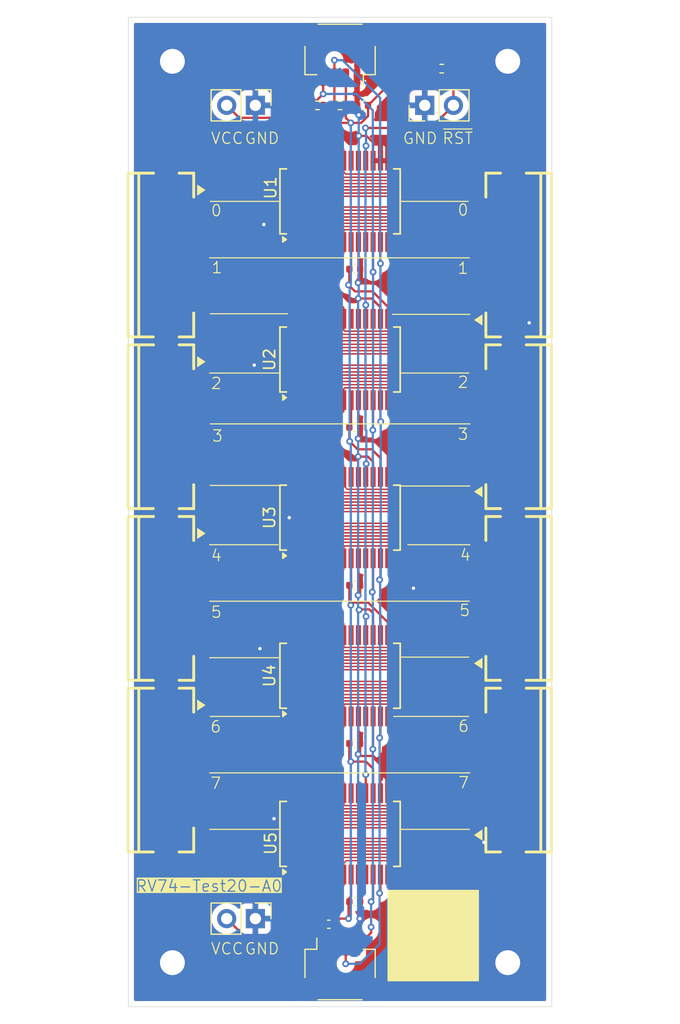
<source format=kicad_pcb>
(kicad_pcb (version 20241229) (generator "pcbnew") (generator_version "9.0")
  (layers (0 "F.Cu" signal) (2 "B.Cu" signal) (13 "F.Paste" user) (15 "B.Paste" user) (5 "F.SilkS" user "F.Silkscreen") (7 "B.SilkS" user "B.Silkscreen") (1 "F.Mask" user) (3 "B.Mask" user) (25 "Edge.Cuts" user))
  (net 0 "")
  (net 1 "GND")
  (net 2 "VCC")
  (net 3 "SDA")
  (net 4 "SCL")
  (net 5 "/A40")
  (net 6 "/A74")
  (net 7 "/A69")
  (net 8 "/A67")
  (net 9 "/A62")
  (net 10 "/A70")
  (net 11 "/A78")
  (net 12 "/A79")
  (net 13 "/A77")
  (net 14 "/A65")
  (net 15 "/A41")
  (net 16 "/A64")
  (net 17 "/A75")
  (net 18 "/A71")
  (net 19 "/A72")
  (net 20 "/A73")
  (net 21 "/A63")
  (net 22 "/A66")
  (net 23 "/A68")
  (net 24 "/A76")
  (net 25 "~{RESET}")
  (net 46 "/A4")
  (net 47 "/A15")
  (net 48 "/A17")
  (net 49 "/A1")
  (net 50 "/A8")
  (net 51 "/A16")
  (net 52 "/A12")
  (net 53 "/A3")
  (net 54 "/A0")
  (net 55 "/A19")
  (net 56 "/A5")
  (net 57 "/A13")
  (net 58 "/A18")
  (net 59 "/A6")
  (net 60 "/A14")
  (net 61 "/A9")
  (net 62 "/A10")
  (net 63 "/A7")
  (net 64 "/A2")
  (net 65 "/A11")
  (net 66 "/A27")
  (net 67 "/A21")
  (net 68 "/A39")
  (net 69 "/A36")
  (net 70 "/A33")
  (net 71 "/A34")
  (net 72 "/A22")
  (net 73 "/A31")
  (net 74 "/A23")
  (net 75 "/A30")
  (net 76 "/A20")
  (net 77 "/A25")
  (net 78 "/A38")
  (net 79 "/A32")
  (net 80 "/A29")
  (net 81 "/A26")
  (net 82 "/A37")
  (net 83 "/A28")
  (net 84 "/A24")
  (net 85 "/A35")
  (net 86 "/A54")
  (net 87 "/A51")
  (net 88 "/A49")
  (net 89 "/A56")
  (net 90 "/A52")
  (net 91 "/A57")
  (net 92 "/A48")
  (net 93 "/A59")
  (net 94 "/A45")
  (net 95 "/A43")
  (net 96 "/A44")
  (net 97 "/A53")
  (net 98 "/A42")
  (net 99 "/A58")
  (net 100 "/A55")
  (net 101 "/A46")
  (net 102 "/A50")
  (net 103 "/A47")
  (net 104 "/A61")
  (net 105 "/A60")
  (footprint "Package_SO:SSOP-28_5.3x10.2mm_P0.65mm" (layer "F.Cu") (at 119.5 71.5 90)
    (property "Reference" "U2")
    (property "Value" "MCP23017_SS")
  )
  (footprint "Capacitor_SMD:C_0402_1005Metric" (layer "F.Cu") (at 118.5 121.5 180)
    (property "Reference" "C2" (hide yes))
    (property "Value" "10uF")
  )
  (footprint "Package_SO:SSOP-28_5.3x10.2mm_P0.65mm" (layer "F.Cu") (at 119.5 99.5 90)
    (property "Reference" "U4")
    (property "Value" "MCP23017_SS")
  )
  (footprint "Connector_FFC-FPC:FFC-SMD_FFC05021-20SBB123W5M" (layer "F.Cu") (at 133.35 92.65 90)
    (property "Reference" "J13" (hide yes))
    (property "Value" "Conn_01x20")
  )
  (footprint "Capacitor_SMD:C_0402_1005Metric" (layer "F.Cu") (at 121.5 49 180)
    (property "Reference" "C1" (hide yes))
    (property "Value" "10uF")
  )
  (footprint "Connector_FFC-FPC:FFC-SMD_FFC05021-20SBB123W5M" (layer "F.Cu") (at 105.6 62.25 -90)
    (property "Reference" "J6" (hide yes))
    (property "Value" "Conn_01x20")
  )
  (footprint "Package_SO:SSOP-28_5.3x10.2mm_P0.65mm" (layer "F.Cu") (at 119.5 85.5 90)
    (property "Reference" "U3")
    (property "Value" "MCP23017_SS")
  )
  (footprint "Resistor_SMD:R_0402_1005Metric" (layer "F.Cu") (at 119.5 49 180)
    (property "Reference" "R1" (hide yes))
    (property "Value" "10K")
  )
  (footprint "Connector_PinHeader_2.54mm:PinHeader_1x02_P2.54mm_Vertical" (layer "F.Cu") (at 112 49 -90)
    (property "Reference" "J11" (hide yes))
    (property "Value" "Conn_01x02")
  )
  (footprint "MountingHole:MountingHole_2.2mm_M2_ISO14580_Pad" (layer "F.Cu") (at 104.65 45.1)
    (property "Reference" "GND" (hide yes))
    (property "Value" "MountingHole_2.2mm_M2_ISO14580_Pad")
  )
  (footprint "Resistor_SMD:R_0402_1005Metric" (layer "F.Cu") (at 117.5 49 180)
    (property "Reference" "R2" (hide yes))
    (property "Value" "10K")
  )
  (footprint "Connector_JST:JST_SH_SM04B-SRSS-TB_1x04-1MP_P1.00mm_Horizontal" (layer "F.Cu") (at 119.5 125.5)
    (property "Reference" "J1" (hide yes))
    (property "Value" "Conn_01x04")
  )
  (footprint "Capacitor_SMD:C_0402_1005Metric" (layer "F.Cu") (at 120.8 119.5)
    (property "Reference" "C7" (hide yes))
    (property "Value" "0.1uF")
  )
  (footprint "Connector_FFC-FPC:FFC-SMD_FFC05021-20SBB123W5M" (layer "F.Cu") (at 105.6 107.85 -90)
    (property "Reference" "J14" (hide yes))
    (property "Value" "Conn_01x20")
  )
  (footprint "Capacitor_SMD:C_0402_1005Metric" (layer "F.Cu") (at 120.8 77.5)
    (property "Reference" "C4" (hide yes))
    (property "Value" "0.1uF")
  )
  (footprint "MountingHole:MountingHole_2.2mm_M2_ISO14580_Pad" (layer "F.Cu") (at 104.65 124.9)
    (property "Reference" "GND" (hide yes))
    (property "Value" "MountingHole_2.2mm_M2_ISO14580_Pad")
  )
  (footprint "Connector_PinHeader_2.54mm:PinHeader_1x02_P2.54mm_Vertical" (layer "F.Cu") (at 127 49 90)
    (property "Reference" "J4" (hide yes))
    (property "Value" "Conn_01x02")
  )
  (footprint "Capacitor_SMD:C_0402_1005Metric" (layer "F.Cu") (at 120.8 91.5)
    (property "Reference" "C5" (hide yes))
    (property "Value" "0.1uF")
  )
  (footprint "Package_SO:SSOP-28_5.3x10.2mm_P0.65mm" (layer "F.Cu") (at 119.5 113.5 90)
    (property "Reference" "U5")
    (property "Value" "MCP23017_SS")
  )
  (footprint "Connector_PinHeader_2.54mm:PinHeader_1x02_P2.54mm_Vertical" (layer "F.Cu") (at 112 121 -90)
    (property "Reference" "J10" (hide yes))
    (property "Value" "Conn_01x02")
  )
  (footprint "MountingHole:MountingHole_2.2mm_M2_ISO14580_Pad" (layer "F.Cu") (at 134.35 124.9)
    (property "Reference" "GND" (hide yes))
    (property "Value" "MountingHole_2.2mm_M2_ISO14580_Pad")
  )
  (footprint "Connector_FFC-FPC:FFC-SMD_FFC05021-20SBB123W5M" (layer "F.Cu") (at 133.35 107.85 90)
    (property "Reference" "J15" (hide yes))
    (property "Value" "Conn_01x20")
  )
  (footprint "Connector_FFC-FPC:FFC-SMD_FFC05021-20SBB123W5M" (layer "F.Cu") (at 105.6 92.65 -90)
    (property "Reference" "J12" (hide yes))
    (property "Value" "Conn_01x20")
  )
  (footprint "Connector_FFC-FPC:FFC-SMD_FFC05021-20SBB123W5M" (layer "F.Cu") (at 133.35 62.25 90)
    (property "Reference" "J7" (hide yes))
    (property "Value" "Conn_01x20")
  )
  (footprint "Capacitor_SMD:C_0402_1005Metric" (layer "F.Cu") (at 120.8 63.5)
    (property "Reference" "C3" (hide yes))
    (property "Value" "0.1uF")
  )
  (footprint "Package_SO:SSOP-28_5.3x10.2mm_P0.65mm" (layer "F.Cu") (at 119.5 57.5 90)
    (property "Reference" "U1")
    (property "Value" "MCP23017_SS")
  )
  (footprint "Connector_FFC-FPC:FFC-SMD_FFC05021-20SBB123W5M" (layer "F.Cu") (at 105.6 77.45 -90)
    (property "Reference" "J8" (hide yes))
    (property "Value" "Conn_01x20")
  )
  (footprint "Resistor_SMD:R_0402_1005Metric" (layer "F.Cu") (at 128.5 45.75)
    (property "Reference" "R3" (hide yes))
    (property "Value" "10K")
  )
  (footprint "Capacitor_SMD:C_0402_1005Metric" (layer "F.Cu") (at 120.8 105.5)
    (property "Reference" "C6" (hide yes))
    (property "Value" "0.1uF")
  )
  (footprint "Connector_JST:JST_SH_SM04B-SRSS-TB_1x04-1MP_P1.00mm_Horizontal" (layer "F.Cu") (at 119.5 44.5 180)
    (property "Reference" "J2" (hide yes))
    (property "Value" "Conn_01x04")
  )
  (footprint "Connector_FFC-FPC:FFC-SMD_FFC05021-20SBB123W5M" (layer "F.Cu") (at 133.35 77.45 90)
    (property "Reference" "J9" (hide yes))
    (property "Value" "Conn_01x20")
  )
  (footprint "MountingHole:MountingHole_2.2mm_M2_ISO14580_Pad" (layer "F.Cu") (at 134.35 45.1)
    (property "Reference" "GND" (hide yes))
    (property "Value" "MountingHole_2.2mm_M2_ISO14580_Pad")
  )
  (gr_line (start 124.8125 82.7) (end 130.9875 82.7) (stroke (width 0.1)) (layer "F.SilkS"))
  (gr_line (start 108 82.65) (end 114.15 82.65) (stroke (width 0.1)) (layer "F.SilkS"))
  (gr_line (start 131 77.2) (end 108 77.2) (stroke (width 0.1)) (layer "F.SilkS"))
  (gr_line (start 124.85 113.1) (end 130.95 113.1) (stroke (width 0.1)) (layer "F.SilkS"))
  (gr_line (start 131 67.5) (end 124.15 67.5) (stroke (width 0.1)) (layer "F.SilkS"))
  (gr_line (start 124.825 57.5) (end 130.85 57.5) (stroke (width 0.1)) (layer "F.SilkS"))
  (gr_line (start 107.95 113.1) (end 114.15 113.1) (stroke (width 0.1)) (layer "F.SilkS"))
  (gr_line (start 107.95 108.1) (end 131 108.1) (stroke (width 0.1)) (layer "F.SilkS"))
  (gr_line (start 130.95 62.5) (end 107.95 62.5) (stroke (width 0.1)) (layer "F.SilkS"))
  (gr_line (start 108 57.5) (end 114.175 57.5) (stroke (width 0.1)) (layer "F.SilkS"))
  (gr_line (start 107.95 97.9) (end 114.15 97.9) (stroke (width 0.1)) (layer "F.SilkS"))
  (gr_line (start 124.25 103.1) (end 130.9 103.1) (stroke (width 0.1)) (layer "F.SilkS"))
  (gr_line (start 108 67.45) (end 114.85 67.45) (stroke (width 0.1)) (layer "F.SilkS"))
  (gr_line (start 125.5 87.9) (end 131 87.9) (stroke (width 0.1)) (layer "F.SilkS"))
  (gr_line (start 130.95 92.9) (end 107.95 92.9) (stroke (width 0.1)) (layer "F.SilkS"))
  (gr_line (start 130.9 72.7) (end 124.85 72.7) (stroke (width 0.1)) (layer "F.SilkS"))
  (gr_line (start 124.8 97.85) (end 130.9 97.85) (stroke (width 0.1)) (layer "F.SilkS"))
  (gr_line (start 107.95 72.7) (end 114.15 72.7) (stroke (width 0.1)) (layer "F.SilkS"))
  (gr_rect (start 123.75 118.5) (end 131.75 126.5) (stroke (width 0.1)) (fill yes) (layer "F.SilkS"))
  (gr_line (start 108 103.1) (end 114.15 103.1) (stroke (width 0.1)) (layer "F.SilkS"))
  (gr_line (start 107.95 87.9) (end 114 87.9) (stroke (width 0.1)) (layer "F.SilkS"))
  (gr_rect (start 100.75 41.2) (end 138.25 128.8) (stroke (width 0.05)) (fill no) (layer "Edge.Cuts"))
  (gr_text "7" (at 129.9 109.55 0) (layer "F.SilkS") (effects (font (size 1 1) (thickness 0.1)) (justify left bottom)))
  (gr_text "5" (at 108 94.45 0) (layer "F.SilkS") (effects (font (size 1 1) (thickness 0.1)) (justify left bottom)))
  (gr_text "~{RST}" (at 128.5 52.5 0) (layer "F.SilkS") (effects (font (size 1 1) (thickness 0.1)) (justify left bottom)))
  (gr_text "6" (at 129.9 104.55 0) (layer "F.SilkS") (effects (font (size 1 1) (thickness 0.1)) (justify left bottom)))
  (gr_text "3" (at 129.85 78.7 0) (layer "F.SilkS") (effects (font (size 1 1) (thickness 0.1)) (justify left bottom)))
  (gr_text "1" (at 129.85 64 0) (layer "F.SilkS") (effects (font (size 1 1) (thickness 0.1)) (justify left bottom)))
  (gr_text "3" (at 108.1 78.85 0) (layer "F.SilkS") (effects (font (size 1 1) (thickness 0.1)) (justify left bottom)))
  (gr_text "GND" (at 111 124.25 0) (layer "F.SilkS") (effects (font (size 1 1) (thickness 0.1)) (justify left bottom)))
  (gr_text "VCC" (at 108 52.5 0) (layer "F.SilkS") (effects (font (size 1 1) (thickness 0.1)) (justify left bottom)))
  (gr_text "4" (at 108 89.45 0) (layer "F.SilkS") (effects (font (size 1 1) (thickness 0.1)) (justify left bottom)))
  (gr_text "1" (at 108.05 63.95 0) (layer "F.SilkS") (effects (font (size 1 1) (thickness 0.1)) (justify left bottom)))
  (gr_text "GND" (at 111 52.5 0) (layer "F.SilkS") (effects (font (size 1 1) (thickness 0.1)) (justify left bottom)))
  (gr_text "0" (at 129.85 58.85 0) (layer "F.SilkS") (effects (font (size 1 1) (thickness 0.1)) (justify left bottom)))
  (gr_text "7" (at 107.95 109.6 0) (layer "F.SilkS") (effects (font (size 1 1) (thickness 0.1)) (justify left bottom)))
  (gr_text "2" (at 129.85 74.1 0) (layer "F.SilkS") (effects (font (size 1 1) (thickness 0.1)) (justify left bottom)))
  (gr_text "4" (at 130.05 89.4 0) (layer "F.SilkS") (effects (font (size 1 1) (thickness 0.1)) (justify left bottom)))
  (gr_text "6" (at 107.95 104.6 0) (layer "F.SilkS") (effects (font (size 1 1) (thickness 0.1)) (justify left bottom)))
  (gr_text "GND" (at 125 52.5 0) (layer "F.SilkS") (effects (font (size 1 1) (thickness 0.1)) (justify left bottom)))
  (gr_text "RV74-Test20-A0" (at 101.35 118.7 0) (layer "F.SilkS" knockout) (effects (font (size 1 1) (thickness 0.1)) (justify left bottom)))
  (gr_text "VCC" (at 108 124.25 0) (layer "F.SilkS") (effects (font (size 1 1) (thickness 0.1)) (justify left bottom)))
  (gr_text "2" (at 108 74.2 0) (layer "F.SilkS") (effects (font (size 1 1) (thickness 0.1)) (justify left bottom)))
  (gr_text "0" (at 108 58.9 0) (layer "F.SilkS") (effects (font (size 1 1) (thickness 0.1)) (justify left bottom)))
  (gr_text "5" (at 130 94.3 0) (layer "F.SilkS") (effects (font (size 1 1) (thickness 0.1)) (justify left bottom)))
  (segment (start 121.28 105.5) (end 121.28 106.27) (width 0.2) (layer "F.Cu") (net 1))
  (segment (start 121.28 63.5) (end 121.28 64.52) (width 0.2) (layer "F.Cu") (net 1))
  (segment (start 121.125 61.1) (end 121.125 63.345) (width 0.2) (layer "F.Cu") (net 1))
  (segment (start 121.125 89.1) (end 121.125 91.345) (width 0.2) (layer "F.Cu") (net 1))
  (segment (start 121.02 48.52) (end 121 48.5) (width 0.2) (layer "F.Cu") (net 1))
  (segment (start 122.475 66.275) (end 122.725 66.525) (width 0.2) (layer "F.Cu") (net 1))
  (segment (start 123.4125 52.4625) (end 123.1 52.4625) (width 0.2) (layer "F.Cu") (net 1))
  (segment (start 123.075 107.225) (end 122.45 106.6) (width 0.2) (layer "F.Cu") (net 1))
  (segment (start 122.092631 93.623392) (end 121.237052 93.623392) (width 0.2) (layer "F.Cu") (net 1))
  (segment (start 122.425 80.562196) (end 122.425 81.9) (width 0.2) (layer "F.Cu") (net 1))
  (segment (start 121.125 75.1) (end 121.125 77.345) (width 0.2) (layer "F.Cu") (net 1))
  (segment (start 121 48.5) (end 121 46.5) (width 0.2) (layer "F.Cu") (net 1))
  (segment (start 121.28 92.194674) (end 121.1 92.374674) (width 0.2) (layer "F.Cu") (net 1))
  (segment (start 122.725 66.525) (end 122.301 66.101) (width 0.2) (layer "F.Cu") (net 1))
  (segment (start 123.075 108.1) (end 123.075 107.225) (width 0.2) (layer "F.Cu") (net 1))
  (segment (start 121.237052 93.623392) (end 121.187048 93.673396) (width 0.2) (layer "F.Cu") (net 1))
  (segment (start 121.25 106.6) (end 121.1 106.45) (width 0.2) (layer "F.Cu") (net 1))
  (segment (start 121.15 49.85) (end 121.15 49.13) (width 0.2) (layer "F.Cu") (net 1))
  (segment (start 123.075 53.9) (end 123.075 52.4875) (width 0.2) (layer "F.Cu") (net 1))
  (segment (start 123.725 108.75) (end 123.075 108.1) (width 0.2) (layer "F.Cu") (net 1))
  (segment (start 122.425 66.325) (end 122.425 67.9) (width 0.2) (layer "F.Cu") (net 1))
  (segment (start 121.15 51.7) (end 121.835762 51.7) (width 0.2) (layer "F.Cu") (net 1))
  (segment (start 123.725 52.775) (end 123.55 52.6) (width 0.2) (layer "F.Cu") (net 1))
  (segment (start 121.28 77.5) (end 121.28 78.32) (width 0.2) (layer "F.Cu") (net 1))
  (segment (start 121.835762 51.7) (end 122.425 52.289238) (width 0.2) (layer "F.Cu") (net 1))
  (segment (start 121.28 78.32) (end 121.1 78.5) (width 0.2) (layer "F.Cu") (net 1))
  (segment (start 121.28 91.5) (end 121.28 92.194674) (width 0.2) (layer "F.Cu") (net 1))
  (segment (start 123.075 108.1) (end 123.075 109.9) (width 0.2) (layer "F.Cu") (net 1))
  (segment (start 122.425 93.955761) (end 122.092631 93.623392) (width 0.2) (layer "F.Cu") (net 1))
  (segment (start 123.725 79.925) (end 122.3 78.5) (width 0.2) (layer "F.Cu") (net 1))
  (segment (start 121.125 103.1) (end 121.125 105.345) (width 0.2) (layer "F.Cu") (net 1))
  (segment (start 122.725 66.525) (end 123.075 66.875) (width 0.2) (layer "F.Cu") (net 1))
  (segment (start 121.125 117.1) (end 121.125 119.345) (width 0.2) (layer "F.Cu") (net 1))
  (segment (start 121.28 64.52) (end 121.1 64.7) (width 0.2) (layer "F.Cu") (net 1))
  (segment (start 122.45 106.6) (end 121.25 106.6) (width 0.2) (layer "F.Cu") (net 1))
  (segment (start 121.28 106.27) (end 121.1 106.45) (width 0.2) (layer "F.Cu") (net 1))
  (segment (start 122.425 52.289238) (end 122.425 53.9) (width 0.2) (layer "F.Cu") (net 1))
  (segment (start 121.25 121) (end 121.25 119.53) (width 0.2) (layer "F.Cu") (net 1))
  (segment (start 122.425 95.9) (end 122.425 93.955761) (width 0.2) (layer "F.Cu") (net 1))
  (segment (start 123.725 53.9) (end 123.725 52.775) (width 0.2) (layer "F.Cu") (net 1))
  (segment (start 121.1 80.1) (end 121.962804 80.1) (width 0.2) (layer "F.Cu") (net 1))
  (segment (start 123.725 109.9) (end 123.725 108.75) (width 0.2) (layer "F.Cu") (net 1))
  (segment (start 122.301 66.101) (end 121.1 66.101) (width 0.2) (layer "F.Cu") (net 1))
  (segment (start 123.725 52.775) (end 123.4125 52.4625) (width 0.2) (layer "F.Cu") (net 1))
  (segment (start 123.075 52.4875) (end 123.1 52.4625) (width 0.2) (layer "F.Cu") (net 1))
  (segment (start 122.475 66.275) (end 122.425 66.325) (width 0.2) (layer "F.Cu") (net 1))
  (segment (start 118.02 121.5) (end 118.02 123.48) (width 0.2) (layer "F.Cu") (net 1))
  (segment (start 123.075 66.875) (end 123.075 67.9) (width 0.2) (layer "F.Cu") (net 1))
  (segment (start 123.1 52.4625) (end 122.45 52.4625) (width 0.2) (layer "F.Cu") (net 1))
  (segment (start 121.02 49) (end 121.02 48.52) (width 0.2) (layer "F.Cu") (net 1))
  (segment (start 121.962804 80.1) (end 122.425 80.562196) (width 0.2) (layer "F.Cu") (net 1))
  (segment (start 122.3 78.5) (end 121.1 78.5) (width 0.2) (layer "F.Cu") (net 1))
  (segment (start 122.45 52.4625) (end 122.45 52.314238) (width 0.2) (layer "F.Cu") (net 1))
  (segment (start 123.725 81.9) (end 123.725 79.925) (width 0.2) (layer "F.Cu") (net 1))
  (via (at 112.4 97.1) (size 0.605) (drill 0.3) (layers "F.Cu" "B.Cu") (net 1))
  (via (at 121.15 49.85) (size 0.6) (drill 0.3) (layers "F.Cu" "B.Cu") (net 1))
  (via (at 121.1 66.101) (size 0.6) (drill 0.3) (layers "F.Cu" "B.Cu") (net 1))
  (via (at 121.1 92.374674) (size 0.6) (drill 0.3) (layers "F.Cu" "B.Cu") (net 1))
  (via (at 121.15 51.7) (size 0.6) (drill 0.3) (layers "F.Cu" "B.Cu") (net 1))
  (via (at 111.9 72) (size 0.605) (drill 0.3) (layers "F.Cu" "B.Cu") (net 1))
  (via (at 112.75 59.55) (size 0.605) (drill 0.3) (layers "F.Cu" "B.Cu") (net 1))
  (via (at 132.25 114.25) (size 0.605) (drill 0.3) (layers "F.Cu" "B.Cu") (net 1))
  (via (at 121.1 78.5) (size 0.6) (drill 0.3) (layers "F.Cu" "B.Cu") (net 1))
  (via (at 126 91.75) (size 0.605) (drill 0.3) (layers "F.Cu" "B.Cu") (net 1))
  (via (at 121.187048 93.673396) (size 0.6) (drill 0.3) (layers "F.Cu" "B.Cu") (net 1))
  (via (at 115 85.5) (size 0.605) (drill 0.3) (layers "F.Cu" "B.Cu") (net 1))
  (via (at 113.65 112.15) (size 0.605) (drill 0.3) (layers "F.Cu" "B.Cu") (net 1))
  (via (at 121.1 106.45) (size 0.6) (drill 0.3) (layers "F.Cu" "B.Cu") (net 1))
  (via (at 121.1 64.7) (size 0.6) (drill 0.3) (layers "F.Cu" "B.Cu") (net 1))
  (via (at 121.25 121) (size 0.6) (drill 0.3) (layers "F.Cu" "B.Cu") (net 1))
  (via (at 136.25 68.25) (size 0.605) (drill 0.3) (layers "F.Cu" "B.Cu") (net 1))
  (via (at 121.1 80.1) (size 0.6) (drill 0.3) (layers "F.Cu" "B.Cu") (net 1))
  (segment (start 121.1 106.45) (end 121.1 93.760444) (width 0.2) (layer "B.Cu") (net 1))
  (segment (start 121.15 51.75) (end 121.15 49.85) (width 0.2) (layer "B.Cu") (net 1))
  (segment (start 121.15 66.051) (end 121.087512 66.113488) (width 0.2) (layer "B.Cu") (net 1))
  (segment (start 121.15 64.75) (end 121.15 66.051) (width 0.2) (layer "B.Cu") (net 1))
  (segment (start 121.1 80.1) (end 121.1 92.374674) (width 0.2) (layer "B.Cu") (net 1))
  (segment (start 121.1 66.101) (end 121.1 78.5) (width 0.2) (layer "B.Cu") (net 1))
  (segment (start 121.1 93.760444) (end 121.187048 93.673396) (width 0.2) (layer "B.Cu") (net 1))
  (segment (start 121.1 120.85) (end 121.1 106.45) (width 0.2) (layer "B.Cu") (net 1))
  (segment (start 121.1 80.1) (end 121.1 78.5) (width 0.2) (layer "B.Cu") (net 1))
  (segment (start 121.15 51.7) (end 121.15 51.75) (width 0.2) (layer "B.Cu") (net 1))
  (segment (start 121.15 64.65) (end 121.1 64.7) (width 0.2) (layer "B.Cu") (net 1))
  (segment (start 108 45) (end 105 45) (width 0.2) (layer "B.Cu") (net 1))
  (segment (start 121.1 64.7) (end 121.15 64.75) (width 0.2) (layer "B.Cu") (net 1))
  (segment (start 121.15 51.7) (end 121.15 64.65) (width 0.2) (layer "B.Cu") (net 1))
  (segment (start 121.087512 66.113488) (end 121.1 66.101) (width 0.2) (layer "B.Cu") (net 1))
  (segment (start 121.1 93.586348) (end 121.187048 93.673396) (width 0.2) (layer "B.Cu") (net 1))
  (segment (start 121.1 92.374674) (end 121.1 93.586348) (width 0.2) (layer "B.Cu") (net 1))
  (segment (start 131 45) (end 134 45) (width 0.2) (layer "B.Cu") (net 1))
  (segment (start 121.25 121) (end 121.1 120.85) (width 0.2) (layer "B.Cu") (net 1))
  (segment (start 120.32 64.83) (end 120.249998 64.900002) (width 0.2) (layer "F.Cu") (net 2))
  (segment (start 120.32 91.5) (end 120.32 93.12) (width 0.2) (layer "F.Cu") (net 2))
  (segment (start 120.32 63.5) (end 120.32 64.83) (width 0.2) (layer "F.Cu") (net 2))
  (segment (start 120.25 121) (end 119.48 121) (width 0.2) (layer "F.Cu") (net 2))
  (segment (start 120.48407 93.024674) (end 121.990301 93.024674) (width 0.2) (layer "F.Cu") (net 2))
  (segment (start 120.32 119.18) (end 120.475 119.025) (width 0.2) (layer "F.Cu") (net 2))
  (segment (start 123.075 94.109373) (end 121.990301 93.024674) (width 0.2) (layer "F.Cu") (net 2))
  (segment (start 120.32 93.12) (end 120.45 93.25) (width 0.2) (layer "F.Cu") (net 2))
  (segment (start 119 123.5) (end 119 123.84767) (width 0.2) (layer "F.Cu") (net 2))
  (segment (start 118.32067 124.527) (end 112.987 124.527) (width 0.2) (layer "F.Cu") (net 2))
  (segment (start 120.01 50.11) (end 120.45 50.55) (width 0.2) (layer "F.Cu") (net 2))
  (segment (start 120.25 121) (end 120.25 119.57) (width 0.2) (layer "F.Cu") (net 2))
  (segment (start 118.01 49) (end 118.01 49.319999) (width 0.2) (layer "F.Cu") (net 2))
  (segment (start 119 123.84767) (end 118.32067 124.527) (width 0.2) (layer "F.Cu") (net 2))
  (segment (start 123.725 95.9) (end 123.725 94.759373) (width 0.2) (layer "F.Cu") (net 2))
  (segment (start 120.45 93.25) (end 120.45 93.058744) (width 0.2) (layer "F.Cu") (net 2))
  (segment (start 123.725 66.825) (end 122.365882 65.465882) (width 0.2) (layer "F.Cu") (net 2))
  (segment (start 121.8 107.1) (end 120.45 107.1) (width 0.2) (layer "F.Cu") (net 2))
  (segment (start 120.01 49) (end 120.01 50.11) (width 0.2) (layer "F.Cu") (net 2))
  (segment (start 112.987 124.527) (end 109.46 121) (width 0.2) (layer "F.Cu") (net 2))
  (segment (start 122.425 109.9) (end 122.425 107.725) (width 0.2) (layer "F.Cu") (net 2))
  (segment (start 120.45 93.058744) (end 120.48407 93.024674) (width 0.2) (layer "F.Cu") (net 2))
  (segment (start 122.3 79.45) (end 123.075 80.225) (width 0.2) (layer "F.Cu") (net 2))
  (segment (start 121.05 79.45) (end 122.3 79.45) (width 0.2) (layer "F.Cu") (net 2))
  (segment (start 118.98 121.5) (end 118.98 123.48) (width 0.2) (layer "F.Cu") (net 2))
  (segment (start 120.32 105.5) (end 120.32 106.97) (width 0.2) (layer "F.Cu") (net 2))
  (segment (start 123.075 80.225) (end 123.075 81.9) (width 0.2) (layer "F.Cu") (net 2))
  (segment (start 121.369239 50.55) (end 120.45 50.55) (width 0.2) (layer "F.Cu") (net 2))
  (segment (start 120.32 77.5) (end 120.32 78.72) (width 0.2) (layer "F.Cu") (net 2))
  (segment (start 123.725 94.759373) (end 123.075 94.109373) (width 0.2) (layer "F.Cu") (net 2))
  (segment (start 118.01 49) (end 116.908 50.102) (width 0.2) (layer "F.Cu") (net 2))
  (segment (start 120.475 103.1) (end 120.475 105.345) (width 0.2) (layer "F.Cu") (net 2))
  (segment (start 110.562 50.102) (end 109.46 49) (width 0.2) (layer "F.Cu") (net 2))
  (segment (start 120.475 119.025) (end 120.475 117.1) (width 0.2) (layer "F.Cu") (net 2))
  (segment (start 116.908 50.102) (end 110.562 50.102) (width 0.2) (layer "F.Cu") (net 2))
  (segment (start 122.425 107.725) (end 121.8 107.1) (width 0.2) (layer "F.Cu") (net 2))
  (segment (start 120.475 61.1) (end 120.475 63.345) (width 0.2) (layer "F.Cu") (net 2))
  (segment (start 118.01 49.319999) (end 119.240001 50.55) (width 0.2) (layer "F.Cu") (net 2))
  (segment (start 119.240001 50.55) (end 120.45 50.55) (width 0.2) (layer "F.Cu") (net 2))
  (segment (start 120.815879 65.465882) (end 120.249998 64.900002) (width 0.2) (layer "F.Cu") (net 2))
  (segment (start 120.35 78.75) (end 121.05 79.45) (width 0.2) (layer "F.Cu") (net 2))
  (segment (start 120.32 106.97) (end 120.45 107.1) (width 0.2) (layer "F.Cu") (net 2))
  (segment (start 120.32 119.5) (end 120.32 119.18) (width 0.2) (layer "F.Cu") (net 2))
  (segment (start 120.01 49) (end 120.01 46.51) (width 0.2) (layer "F.Cu") (net 2))
  (segment (start 122.365882 65.465882) (end 120.815879 65.465882) (width 0.2) (layer "F.Cu") (net 2))
  (segment (start 121.98 49.939239) (end 121.369239 50.55) (width 0.2) (layer "F.Cu") (net 2))
  (segment (start 120.32 78.72) (end 120.35 78.75) (width 0.2) (layer "F.Cu") (net 2))
  (segment (start 121.98 49) (end 121.98 49.939239) (width 0.2) (layer "F.Cu") (net 2))
  (segment (start 120.475 89.1) (end 120.475 91.345) (width 0.2) (layer "F.Cu") (net 2))
  (segment (start 123.075 95.9) (end 123.075 94.109373) (width 0.2) (layer "F.Cu") (net 2))
  (segment (start 120.475 75.1) (end 120.475 77.345) (width 0.2) (layer "F.Cu") (net 2))
  (segment (start 119.48 121) (end 118.98 121.5) (width 0.2) (layer "F.Cu") (net 2))
  (segment (start 125.23 45.75) (end 121.98 49) (width 0.2) (layer "F.Cu") (net 2))
  (segment (start 127.99 45.75) (end 125.23 45.75) (width 0.2) (layer "F.Cu") (net 2))
  (segment (start 123.725 67.9) (end 123.725 66.825) (width 0.2) (layer "F.Cu") (net 2))
  (via (at 120.45 107.1) (size 0.6) (drill 0.3) (layers "F.Cu" "B.Cu") (net 2))
  (via (at 120.45 93.25) (size 0.6) (drill 0.3) (layers "F.Cu" "B.Cu") (net 2))
  (via (at 120.45 50.55) (size 0.6) (drill 0.3) (layers "F.Cu" "B.Cu") (net 2))
  (via (at 120.35 78.75) (size 0.6) (drill 0.3) (layers "F.Cu" "B.Cu") (net 2))
  (via (at 120.25 121) (size 0.6) (drill 0.3) (layers "F.Cu" "B.Cu") (net 2))
  (via (at 120.249998 64.900002) (size 0.6) (drill 0.3) (layers "F.Cu" "B.Cu") (net 2))
  (segment (start 120.45 78.85) (end 120.45 93.25) (width 0.2) (layer "B.Cu") (net 2))
  (segment (start 120.25 121) (end 120.45 120.8) (width 0.2) (layer "B.Cu") (net 2))
  (segment (start 120.249998 64.900002) (end 120.35 65.000004) (width 0.2) (layer "B.Cu") (net 2))
  (segment (start 120.35 78.75) (end 120.45 78.85) (width 0.2) (layer "B.Cu") (net 2))
  (segment (start 120.35 65.000004) (end 120.35 78.75) (width 0.2) (layer "B.Cu") (net 2))
  (segment (start 120.45 64.7) (end 120.45 50.55) (width 0.2) (layer "B.Cu") (net 2))
  (segment (start 120.249998 64.900002) (end 120.45 64.7) (width 0.2) (layer "B.Cu") (net 2))
  (segment (start 120.45 107.1) (end 120.45 93.25) (width 0.2) (layer "B.Cu") (net 2))
  (segment (start 120.45 120.8) (end 120.45 107.1) (width 0.2) (layer "B.Cu") (net 2))
  (segment (start 123.075 103.1) (end 123.075 104.925) (width 0.2) (layer "F.Cu") (net 3))
  (segment (start 119 46.5) (end 119 48.99) (width 0.2) (layer "F.Cu") (net 3))
  (segment (start 123.075 117.1) (end 123.075 118.675) (width 0.2) (layer "F.Cu") (net 3))
  (segment (start 123.075 104.925) (end 123 105) (width 0.2) (layer "F.Cu") (net 3))
  (segment (start 120 125) (end 120 123.5) (width 0.2) (layer "F.Cu") (net 3))
  (segment (start 123.075 76.975) (end 123.1 77) (width 0.2) (layer "F.Cu") (net 3))
  (segment (start 123.075 61.1) (end 123.075 63) (width 0.2) (layer "F.Cu") (net 3))
  (segment (start 123.075 90.925) (end 123 91) (width 0.2) (layer "F.Cu") (net 3))
  (segment (start 119 45) (end 119 46.5) (width 0.2) (layer "F.Cu") (net 3))
  (segment (start 123.075 75.1) (end 123.075 76.975) (width 0.2) (layer "F.Cu") (net 3))
  (segment (start 123.075 89.1) (end 123.075 90.925) (width 0.2) (layer "F.Cu") (net 3))
  (segment (start 123.075 118.675) (end 123 118.75) (width 0.2) (layer "F.Cu") (net 3))
  (via (at 123 91) (size 0.6) (drill 0.3) (layers "F.Cu" "B.Cu") (net 3))
  (via (at 123 118.75) (size 0.6) (drill 0.3) (layers "F.Cu" "B.Cu") (net 3))
  (via (at 123.075 63) (size 0.6) (drill 0.3) (layers "F.Cu" "B.Cu") (net 3))
  (via (at 119 45) (size 0.6) (drill 0.3) (layers "F.Cu" "B.Cu") (net 3))
  (via (at 123 105) (size 0.6) (drill 0.3) (layers "F.Cu" "B.Cu") (net 3))
  (via (at 123.1 77) (size 0.6) (drill 0.3) (layers "F.Cu" "B.Cu") (net 3))
  (via (at 120 125) (size 0.6) (drill 0.3) (layers "F.Cu" "B.Cu") (net 3))
  (segment (start 123.05 91.05) (end 123.05 104.95) (width 0.2) (layer "B.Cu") (net 3))
  (segment (start 119 45) (end 119.715627 45) (width 0.2) (layer "B.Cu") (net 3))
  (segment (start 123 91) (end 123.1 90.9) (width 0.2) (layer "B.Cu") (net 3))
  (segment (start 119.715627 45) (end 123.05 48.334373) (width 0.2) (layer "B.Cu") (net 3))
  (segment (start 123.05 62.975) (end 123.075 63) (width 0.2) (layer "B.Cu") (net 3))
  (segment (start 123.075 76.925) (end 123.1 76.95) (width 0.2) (layer "B.Cu") (net 3))
  (segment (start 123 118.75) (end 123 123.25) (width 0.2) (layer "B.Cu") (net 3))
  (segment (start 123.075 63) (end 123.075 76.925) (width 0.2) (layer "B.Cu") (net 3))
  (segment (start 123 123.25) (end 121.25 125) (width 0.2) (layer "B.Cu") (net 3))
  (segment (start 123.1 90.9) (end 123.1 77) (width 0.2) (layer "B.Cu") (net 3))
  (segment (start 123 105) (end 123 118.75) (width 0.2) (layer "B.Cu") (net 3))
  (segment (start 123.05 48.334373) (end 123.05 62.975) (width 0.2) (layer "B.Cu") (net 3))
  (segment (start 123.05 104.95) (end 123 105) (width 0.2) (layer "B.Cu") (net 3))
  (segment (start 123.1 76.95) (end 123.1 77) (width 0.2) (layer "B.Cu") (net 3))
  (segment (start 123 91) (end 123.05 91.05) (width 0.2) (layer "B.Cu") (net 3))
  (segment (start 121.25 125) (end 120 125) (width 0.2) (layer "B.Cu") (net 3))
  (segment (start 122.425 119.325) (end 122.25 119.5) (width 0.2) (layer "F.Cu") (net 4))
  (segment (start 122.425 92.011246) (end 122.35 92.086246) (width 0.2) (layer "F.Cu") (net 4))
  (segment (start 122.425 61.1) (end 122.425 63.75) (width 0.2) (layer "F.Cu") (net 4))
  (segment (start 122.425 75.1) (end 122.425 77.725) (width 0.2) (layer "F.Cu") (net 4))
  (segment (start 122.425 105.975) (end 122.4 106) (width 0.2) (layer "F.Cu") (net 4))
  (segment (start 122.425 103.1) (end 122.425 105.975) (width 0.2) (layer "F.Cu") (net 4))
  (segment (start 122.425 77.725) (end 122.4 77.75) (width 0.2) (layer "F.Cu") (net 4))
  (segment (start 122.25 121.75) (end 122.25 122.25) (width 0.2) (layer "F.Cu") (net 4))
  (segment (start 122.425 89.1) (end 122.425 92.011246) (width 0.2) (layer "F.Cu") (net 4))
  (segment (start 122.425 117.1) (end 122.425 119.325) (width 0.2) (layer "F.Cu") (net 4))
  (segment (start 118 47.99) (end 116.99 49) (width 0.2) (layer "F.Cu") (net 4))
  (segment (start 118 46.5) (end 118 47.99) (width 0.2) (layer "F.Cu") (net 4))
  (segment (start 122.25 122.25) (end 121 123.5) (width 0.2) (layer "F.Cu") (net 4))
  (via (at 122.425 63.75) (size 0.6) (drill 0.3) (layers "F.Cu" "B.Cu") (net 4))
  (via (at 122.4 77.75) (size 0.6) (drill 0.3) (layers "F.Cu" "B.Cu") (net 4))
  (via (at 118 47.99) (size 0.6) (drill 0.3) (layers "F.Cu" "B.Cu") (net 4))
  (via (at 122.25 121.75) (size 0.6) (drill 0.3) (layers "F.Cu" "B.Cu") (net 4))
  (via (at 122.35 92.086246) (size 0.6) (drill 0.3) (layers "F.Cu" "B.Cu") (net 4))
  (via (at 122.4 106) (size 0.6) (drill 0.3) (layers "F.Cu" "B.Cu") (net 4))
  (via (at 122.25 119.5) (size 0.6) (drill 0.3) (layers "F.Cu" "B.Cu") (net 4))
  (segment (start 122.4 119.35) (end 122.4 106) (width 0.2) (layer "B.Cu") (net 4))
  (segment (start 118 47.99) (end 120.94 47.99) (width 0.2) (layer "B.Cu") (net 4))
  (segment (start 122.25 119.5) (end 122.4 119.35) (width 0.2) (layer "B.Cu") (net 4))
  (segment (start 122.4 77.75) (end 122.4 92.036246) (width 0.2) (layer "B.Cu") (net 4))
  (segment (start 120.94 47.99) (end 122.4 49.45) (width 0.2) (layer "B.Cu") (net 4))
  (segment (start 122.4 92.136246) (end 122.35 92.086246) (width 0.2) (layer "B.Cu") (net 4))
  (segment (start 122.425 63.75) (end 122.425 75.05) (width 0.2) (layer "B.Cu") (net 4))
  (segment (start 122.25 119.5) (end 122.25 121.75) (width 0.2) (layer "B.Cu") (net 4))
  (segment (start 122.4 75.075) (end 122.4 77.75) (width 0.2) (layer "B.Cu") (net 4))
  (segment (start 122.4 49.45) (end 122.4 63.40962) (width 0.2) (layer "B.Cu") (net 4))
  (segment (start 122.4 106) (end 122.4 92.136246) (width 0.2) (layer "B.Cu") (net 4))
  (segment (start 122.4 92.036246) (end 122.35 92.086246) (width 0.2) (layer "B.Cu") (net 4))
  (segment (start 117.37 86) (end 115.275 88.095) (width 0.13) (layer "F.Cu") (net 5))
  (segment (start 115.275 89.1) (end 109 89.1) (width 0.13) (layer "F.Cu") (net 5))
  (segment (start 131.2615 87.9) (end 129.3615 86) (width 0.13) (layer "F.Cu") (net 5))
  (segment (start 109 89.1) (end 107.8 87.9) (width 0.13) (layer "F.Cu") (net 5))
  (segment (start 107.8 87.9) (end 106.91375 87.9) (width 0.13) (layer "F.Cu") (net 5))
  (segment (start 129.3615 86) (end 117.37 86) (width 0.13) (layer "F.Cu") (net 5))
  (segment (start 115.275 88.095) (end 115.275 89.1) (width 0.13) (layer "F.Cu") (net 5))
  (segment (start 116.575 117.1) (end 116.575 116.072394) (width 0.13) (layer "F.Cu") (net 6))
  (segment (start 111.069 114.733444) (end 111.069 112.999561) (width 0.13) (layer "F.Cu") (net 6))
  (segment (start 116.575 116.072394) (end 118.185394 114.462) (width 0.13) (layer "F.Cu") (net 6))
  (segment (start 108.169439 110.1) (end 106.8885 110.1) (width 0.13) (layer "F.Cu") (net 6))
  (segment (start 124.67094 114.462) (end 129.03294 110.1) (width 0.13) (layer "F.Cu") (net 6))
  (segment (start 116.575 118.105) (end 116.207 118.473) (width 0.13) (layer "F.Cu") (net 6))
  (segment (start 116.575 117.1) (end 116.575 118.105) (width 0.13) (layer "F.Cu") (net 6))
  (segment (start 111.069 112.999561) (end 108.169439 110.1) (width 0.13) (layer "F.Cu") (net 6))
  (segment (start 116.207 118.473) (end 114.808556 118.473) (width 0.13) (layer "F.Cu") (net 6))
  (segment (start 114.808556 118.473) (end 111.069 114.733444) (width 0.13) (layer "F.Cu") (net 6))
  (segment (start 129.03294 110.1) (end 131.8615 110.1) (width 0.13) (layer "F.Cu") (net 6))
  (segment (start 118.185394 114.462) (end 124.67094 114.462) (width 0.13) (layer "F.Cu") (net 6))
  (segment (start 129.54597 107.6) (end 124.74897 112.397) (width 0.13) (layer "F.Cu") (net 7))
  (segment (start 116.575 109.9) (end 116.575 108.895) (width 0.13) (layer "F.Cu") (net 7))
  (segment (start 116.575 108.895) (end 115.28 107.6) (width 0.13) (layer "F.Cu") (net 7))
  (segment (start 118.067 112.397) (end 116.575 110.905) (width 0.13) (layer "F.Cu") (net 7))
  (segment (start 115.28 107.6) (end 106.8885 107.6) (width 0.13) (layer "F.Cu") (net 7))
  (segment (start 131.8615 107.6) (end 129.54597 107.6) (width 0.13) (layer "F.Cu") (net 7))
  (segment (start 124.74897 112.397) (end 118.067 112.397) (width 0.13) (layer "F.Cu") (net 7))
  (segment (start 116.575 110.905) (end 116.575 109.9) (width 0.13) (layer "F.Cu") (net 7))
  (segment (start 117.875 110.905) (end 117.875 109.9) (width 0.13) (layer "F.Cu") (net 8))
  (segment (start 117.875 108.895) (end 115.982 107.002) (width 0.13) (layer "F.Cu") (net 8))
  (segment (start 115.982 107.002) (end 108.699394 107.002) (width 0.13) (layer "F.Cu") (net 8))
  (segment (start 129.751182 106.6) (end 124.516182 111.835) (width 0.13) (layer "F.Cu") (net 8))
  (segment (start 131.8615 106.6) (end 129.751182 106.6) (width 0.13) (layer "F.Cu") (net 8))
  (segment (start 117.875 109.9) (end 117.875 108.895) (width 0.13) (layer "F.Cu") (net 8))
  (segment (start 108.699394 107.002) (end 108.297394 106.6) (width 0.13) (layer "F.Cu") (net 8))
  (segment (start 118.805 111.835) (end 117.875 110.905) (width 0.13) (layer "F.Cu") (net 8))
  (segment (start 124.516182 111.835) (end 118.805 111.835) (width 0.13) (layer "F.Cu") (net 8))
  (segment (start 108.297394 106.6) (end 106.8885 106.6) (width 0.13) (layer "F.Cu") (net 8))
  (segment (start 119.175 104.105) (end 117.683 105.597) (width 0.13) (layer "F.Cu") (net 9))
  (segment (start 119.175 103.1) (end 119.175 104.105) (width 0.13) (layer "F.Cu") (net 9))
  (segment (start 126.824394 101.727) (end 119.543 101.727) (width 0.13) (layer "F.Cu") (net 9))
  (segment (start 107.9 104.1) (end 106.8885 104.1) (width 0.13) (layer "F.Cu") (net 9))
  (segment (start 119.543 101.727) (end 119.175 102.095) (width 0.13) (layer "F.Cu") (net 9))
  (segment (start 117.683 105.597) (end 109.397 105.597) (width 0.13) (layer "F.Cu") (net 9))
  (segment (start 129.197394 104.1) (end 126.824394 101.727) (width 0.13) (layer "F.Cu") (net 9))
  (segment (start 109.397 105.597) (end 107.9 104.1) (width 0.13) (layer "F.Cu") (net 9))
  (segment (start 131.8615 104.1) (end 129.197394 104.1) (width 0.13) (layer "F.Cu") (net 9))
  (segment (start 119.175 102.095) (end 119.175 103.1) (width 0.13) (layer "F.Cu") (net 9))
  (segment (start 117.698 112.678) (end 115.925 110.905) (width 0.13) (layer "F.Cu") (net 10))
  (segment (start 115.925 110.905) (end 115.925 109.9) (width 0.13) (layer "F.Cu") (net 10))
  (segment (start 131.8615 108.1) (end 129.443364 108.1) (width 0.13) (layer "F.Cu") (net 10))
  (segment (start 115.925 109.9) (end 115.925 108.895) (width 0.13) (layer "F.Cu") (net 10))
  (segment (start 129.443364 108.1) (end 124.865364 112.678) (width 0.13) (layer "F.Cu") (net 10))
  (segment (start 115.13 108.1) (end 106.8885 108.1) (width 0.13) (layer "F.Cu") (net 10))
  (segment (start 124.865364 112.678) (end 117.698 112.678) (width 0.13) (layer "F.Cu") (net 10))
  (segment (start 115.925 108.895) (end 115.13 108.1) (width 0.13) (layer "F.Cu") (net 10))
  (segment (start 119.175 118.105) (end 117.683 119.597) (width 0.13) (layer "F.Cu") (net 11))
  (segment (start 125.136516 115.586) (end 119.684 115.586) (width 0.13) (layer "F.Cu") (net 11))
  (segment (start 119.175 116.095) (end 119.175 117.1) (width 0.13) (layer "F.Cu") (net 11))
  (segment (start 131.8615 112.1) (end 128.622516 112.1) (width 0.13) (layer "F.Cu") (net 11))
  (segment (start 117.683 119.597) (end 114.34298 119.597) (width 0.13) (layer "F.Cu") (net 11))
  (segment (start 119.684 115.586) (end 119.175 116.095) (width 0.13) (layer "F.Cu") (net 11))
  (segment (start 109.945 115.19902) (end 109.945 113.466551) (width 0.13) (layer "F.Cu") (net 11))
  (segment (start 108.578449 112.1) (end 106.8885 112.1) (width 0.13) (layer "F.Cu") (net 11))
  (segment (start 119.175 117.1) (end 119.175 118.105) (width 0.13) (layer "F.Cu") (net 11))
  (segment (start 114.34298 119.597) (end 109.945 115.19902) (width 0.13) (layer "F.Cu") (net 11))
  (segment (start 109.945 113.466551) (end 108.578449 112.1) (width 0.13) (layer "F.Cu") (net 11))
  (segment (start 128.622516 112.1) (end 125.136516 115.586) (width 0.13) (layer "F.Cu") (net 11))
  (segment (start 131.8615 112.6) (end 128.55 112.6) (width 0.13) (layer "F.Cu") (net 12))
  (segment (start 109.663 114.214414) (end 109.663 113.763) (width 0.13) (layer "F.Cu") (net 12))
  (segment (start 109.663 113.763) (end 108.5 112.6) (width 0.13) (layer "F.Cu") (net 12))
  (segment (start 118.052 119.878) (end 116.790384 119.878) (width 0.13) (layer "F.Cu") (net 12))
  (segment (start 114.134636 119.878) (end 109.664 115.407364) (width 0.13) (layer "F.Cu") (net 12))
  (segment (start 109.664 115.407364) (end 109.664 114.215414) (width 0.13) (layer "F.Cu") (net 12))
  (segment (start 119.825 118.105) (end 118.052 119.878) (width 0.13) (layer "F.Cu") (net 12))
  (segment (start 128.55 112.6) (end 125.283 115.867) (width 0.13) (layer "F.Cu") (net 12))
  (segment (start 125.283 115.867) (end 120.053 115.867) (width 0.13) (layer "F.Cu") (net 12))
  (segment (start 109.664 114.215414) (end 109.663 114.214414) (width 0.13) (layer "F.Cu") (net 12))
  (segment (start 115.327586 119.879) (end 115.326586 119.878) (width 0.13) (layer "F.Cu") (net 12))
  (segment (start 119.825 117.1) (end 119.825 118.105) (width 0.13) (layer "F.Cu") (net 12))
  (segment (start 120.053 115.867) (end 119.825 116.095) (width 0.13) (layer "F.Cu") (net 12))
  (segment (start 116.789384 119.879) (end 115.327586 119.879) (width 0.13) (layer "F.Cu") (net 12))
  (segment (start 119.825 116.095) (end 119.825 117.1) (width 0.13) (layer "F.Cu") (net 12))
  (segment (start 115.326586 119.878) (end 114.134636 119.878) (width 0.13) (layer "F.Cu") (net 12))
  (segment (start 116.790384 119.878) (end 116.789384 119.879) (width 0.13) (layer "F.Cu") (net 12))
  (segment (start 108.5 112.6) (end 106.8885 112.6) (width 0.13) (layer "F.Cu") (net 12))
  (segment (start 110.226 115.082626) (end 110.226 113.350157) (width 0.13) (layer "F.Cu") (net 13))
  (segment (start 118.525 117.1) (end 118.525 117.982586) (width 0.13) (layer "F.Cu") (net 13))
  (segment (start 128.725122 111.6) (end 125.020122 115.305) (width 0.13) (layer "F.Cu") (net 13))
  (segment (start 118.453793 118.053793) (end 117.191586 119.316) (width 0.13) (layer "F.Cu") (net 13))
  (segment (start 118.453793 115.946207) (end 118.453793 118.053793) (width 0.13) (layer "F.Cu") (net 13))
  (segment (start 119.095 115.305) (end 118.453793 115.946207) (width 0.13) (layer "F.Cu") (net 13))
  (segment (start 131.8615 111.6) (end 128.725122 111.6) (width 0.13) (layer "F.Cu") (net 13))
  (segment (start 114.459374 119.316) (end 110.226 115.082626) (width 0.13) (layer "F.Cu") (net 13))
  (segment (start 117.191586 119.316) (end 114.459374 119.316) (width 0.13) (layer "F.Cu") (net 13))
  (segment (start 108.475843 111.6) (end 106.8885 111.6) (width 0.13) (layer "F.Cu") (net 13))
  (segment (start 125.020122 115.305) (end 119.095 115.305) (width 0.13) (layer "F.Cu") (net 13))
  (segment (start 110.226 113.350157) (end 108.475843 111.6) (width 0.13) (layer "F.Cu") (net 13))
  (segment (start 118.525 117.982586) (end 118.453793 118.053793) (width 0.13) (layer "F.Cu") (net 13))
  (segment (start 119.543 111.273) (end 119.175 110.905) (width 0.13) (layer "F.Cu") (net 14))
  (segment (start 119.175 110.905) (end 119.175 109.9) (width 0.13) (layer "F.Cu") (net 14))
  (segment (start 108.092182 105.6) (end 106.8885 105.6) (width 0.13) (layer "F.Cu") (net 14))
  (segment (start 119.175 109.9) (end 119.175 108.895) (width 0.13) (layer "F.Cu") (net 14))
  (segment (start 119.175 108.895) (end 116.72 106.44) (width 0.13) (layer "F.Cu") (net 14))
  (segment (start 116.72 106.44) (end 108.932182 106.44) (width 0.13) (layer "F.Cu") (net 14))
  (segment (start 108.932182 106.44) (end 108.092182 105.6) (width 0.13) (layer "F.Cu") (net 14))
  (segment (start 129.956394 105.6) (end 124.283394 111.273) (width 0.13) (layer "F.Cu") (net 14))
  (segment (start 131.8615 105.6) (end 129.956394 105.6) (width 0.13) (layer "F.Cu") (net 14))
  (segment (start 124.283394 111.273) (end 119.543 111.273) (width 0.13) (layer "F.Cu") (net 14))
  (segment (start 115.925 88.095) (end 115.925 89.1) (width 0.13) (layer "F.Cu") (net 15))
  (segment (start 128.283606 86.281) (end 117.739 86.281) (width 0.13) (layer "F.Cu") (net 15))
  (segment (start 131.8615 88.4) (end 130.402606 88.4) (width 0.13) (layer "F.Cu") (net 15))
  (segment (start 115.925 89.1) (end 115.925 89.984) (width 0.13) (layer "F.Cu") (net 15))
  (segment (start 115.717 90.192) (end 109.693192 90.192) (width 0.13) (layer "F.Cu") (net 15))
  (segment (start 117.739 86.281) (end 115.925 88.095) (width 0.13) (layer "F.Cu") (net 15))
  (segment (start 115.925 89.984) (end 115.717 90.192) (width 0.13) (layer "F.Cu") (net 15))
  (segment (start 109.693192 90.192) (end 107.901192 88.4) (width 0.13) (layer "F.Cu") (net 15))
  (segment (start 130.402606 88.4) (end 128.283606 86.281) (width 0.13) (layer "F.Cu") (net 15))
  (segment (start 107.901192 88.4) (end 106.91375 88.4) (width 0.13) (layer "F.Cu") (net 15))
  (segment (start 109.048576 106.159) (end 107.989576 105.1) (width 0.13) (layer "F.Cu") (net 16))
  (segment (start 124.167 110.992) (end 119.912 110.992) (width 0.13) (layer "F.Cu") (net 16))
  (segment (start 119.825 110.905) (end 119.825 109.9) (width 0.13) (layer "F.Cu") (net 16))
  (segment (start 119.912 110.992) (end 119.825 110.905) (width 0.13) (layer "F.Cu") (net 16))
  (segment (start 107.989576 105.1) (end 106.8885 105.1) (width 0.13) (layer "F.Cu") (net 16))
  (segment (start 117.089 106.159) (end 109.048576 106.159) (width 0.13) (layer "F.Cu") (net 16))
  (segment (start 124.167 110.983) (end 124.167 110.992) (width 0.13) (layer "F.Cu") (net 16))
  (segment (start 130.05 105.1) (end 124.167 110.983) (width 0.13) (layer "F.Cu") (net 16))
  (segment (start 119.825 109.9) (end 119.825 108.895) (width 0.13) (layer "F.Cu") (net 16))
  (segment (start 131.8615 105.1) (end 130.05 105.1) (width 0.13) (layer "F.Cu") (net 16))
  (segment (start 119.825 108.895) (end 117.089 106.159) (width 0.13) (layer "F.Cu") (net 16))
  (segment (start 110.788 113.117369) (end 108.270631 110.6) (width 0.13) (layer "F.Cu") (net 17))
  (segment (start 117.225 117.1) (end 117.225 118.105) (width 0.13) (layer "F.Cu") (net 17))
  (segment (start 110.788 114.849838) (end 110.788 113.117369) (width 0.13) (layer "F.Cu") (net 17))
  (segment (start 118.577 114.743) (end 117.225 116.095) (width 0.13) (layer "F.Cu") (net 17))
  (segment (start 117.225 116.095) (end 117.225 117.1) (width 0.13) (layer "F.Cu") (net 17))
  (segment (start 131.8615 110.6) (end 128.930334 110.6) (width 0.13) (layer "F.Cu") (net 17))
  (segment (start 128.930334 110.6) (end 124.787334 114.743) (width 0.13) (layer "F.Cu") (net 17))
  (segment (start 108.270631 110.6) (end 106.8885 110.6) (width 0.13) (layer "F.Cu") (net 17))
  (segment (start 114.692162 118.754) (end 110.788 114.849838) (width 0.13) (layer "F.Cu") (net 17))
  (segment (start 116.576 118.754) (end 114.692162 118.754) (width 0.13) (layer "F.Cu") (net 17))
  (segment (start 117.225 118.105) (end 116.576 118.754) (width 0.13) (layer "F.Cu") (net 17))
  (segment (start 124.787334 114.743) (end 118.577 114.743) (width 0.13) (layer "F.Cu") (net 17))
  (segment (start 131.8615 108.6) (end 129.340758 108.6) (width 0.13) (layer "F.Cu") (net 18))
  (segment (start 114.95 108.6) (end 106.533 108.6) (width 0.13) (layer "F.Cu") (net 18))
  (segment (start 124.805848 112.965) (end 117.335 112.965) (width 0.13) (layer "F.Cu") (net 18))
  (segment (start 115.333 108.983) (end 114.95 108.6) (width 0.13) (layer "F.Cu") (net 18))
  (segment (start 115.275 110.905) (end 115.275 109.9) (width 0.13) (layer "F.Cu") (net 18))
  (segment (start 129.340758 108.6) (end 124.981758 112.959) (width 0.13) (layer "F.Cu") (net 18))
  (segment (start 124.811848 112.959) (end 124.805848 112.965) (width 0.13) (layer "F.Cu") (net 18))
  (segment (start 115.333 109.9) (end 115.333 108.983) (width 0.13) (layer "F.Cu") (net 18))
  (segment (start 124.981758 112.959) (end 124.811848 112.959) (width 0.13) (layer "F.Cu") (net 18))
  (segment (start 117.335 112.965) (end 115.275 110.905) (width 0.13) (layer "F.Cu") (net 18))
  (segment (start 111.632 114.500242) (end 111.632 112.764945) (width 0.13) (layer "F.Cu") (net 19))
  (segment (start 115.275 117.1) (end 115.275 115.963552) (width 0.13) (layer "F.Cu") (net 19))
  (segment (start 115.275 115.963552) (end 117.338552 113.9) (width 0.13) (layer "F.Cu") (net 19))
  (segment (start 111.632 112.764945) (end 107.967055 109.1) (width 0.13) (layer "F.Cu") (net 19))
  (segment (start 129.238152 109.1) (end 131.8615 109.1) (width 0.13) (layer "F.Cu") (net 19))
  (segment (start 124.438152 113.9) (end 129.238152 109.1) (width 0.13) (layer "F.Cu") (net 19))
  (segment (start 107.967055 109.1) (end 106.8885 109.1) (width 0.13) (layer "F.Cu") (net 19))
  (segment (start 114.231758 117.1) (end 111.632 114.500242) (width 0.13) (layer "F.Cu") (net 19))
  (segment (start 117.338552 113.9) (end 124.438152 113.9) (width 0.13) (layer "F.Cu") (net 19))
  (segment (start 115.275 117.1) (end 114.231758 117.1) (width 0.13) (layer "F.Cu") (net 19))
  (segment (start 115.925 116.025) (end 115.925 117.1) (width 0.13) (layer "F.Cu") (net 20))
  (segment (start 111.35 114.61705) (end 111.35 112.881753) (width 0.13) (layer "F.Cu") (net 20))
  (segment (start 111.35 112.881753) (end 108.068247 109.6) (width 0.13) (layer "F.Cu") (net 20))
  (segment (start 115.838 118.192) (end 114.92495 118.192) (width 0.13) (layer "F.Cu") (net 20))
  (segment (start 131.8615 109.6) (end 129.135546 109.6) (width 0.13) (layer "F.Cu") (net 20))
  (segment (start 108.068247 109.6) (end 106.8885 109.6) (width 0.13) (layer "F.Cu") (net 20))
  (segment (start 124.554546 114.181) (end 117.769 114.181) (width 0.13) (layer "F.Cu") (net 20))
  (segment (start 129.135546 109.6) (end 124.554546 114.181) (width 0.13) (layer "F.Cu") (net 20))
  (segment (start 117.769 114.181) (end 115.925 116.025) (width 0.13) (layer "F.Cu") (net 20))
  (segment (start 114.92495 118.192) (end 111.35 114.61705) (width 0.13) (layer "F.Cu") (net 20))
  (segment (start 115.925 118.105) (end 115.838 118.192) (width 0.13) (layer "F.Cu") (net 20))
  (segment (start 115.925 117.1) (end 115.925 118.105) (width 0.13) (layer "F.Cu") (net 20))
  (segment (start 119.825 103.1) (end 119.825 104.105) (width 0.13) (layer "F.Cu") (net 21))
  (segment (start 109.187232 105.878) (end 109.004232 105.695) (width 0.13) (layer "F.Cu") (net 21))
  (segment (start 109.004232 105.695) (end 109.002818 105.695) (width 0.13) (layer "F.Cu") (net 21))
  (segment (start 119.825 104.105) (end 118.052 105.878) (width 0.13) (layer "F.Cu") (net 21))
  (segment (start 119.912 102.008) (end 119.825 102.095) (width 0.13) (layer "F.Cu") (net 21))
  (segment (start 118.052 105.878) (end 109.187232 105.878) (width 0.13) (layer "F.Cu") (net 21))
  (segment (start 107.907818 104.6) (end 106.8885 104.6) (width 0.13) (layer "F.Cu") (net 21))
  (segment (start 131.8615 104.6) (end 129.3 104.6) (width 0.13) (layer "F.Cu") (net 21))
  (segment (start 119.825 102.095) (end 119.825 103.1) (width 0.13) (layer "F.Cu") (net 21))
  (segment (start 109.002818 105.695) (end 107.907818 104.6) (width 0.13) (layer "F.Cu") (net 21))
  (segment (start 126.708 102.008) (end 119.912 102.008) (width 0.13) (layer "F.Cu") (net 21))
  (segment (start 129.3 104.6) (end 126.708 102.008) (width 0.13) (layer "F.Cu") (net 21))
  (segment (start 131.8615 106.1) (end 129.853788 106.1) (width 0.13) (layer "F.Cu") (net 22))
  (segment (start 129.853788 106.1) (end 124.399788 111.554) (width 0.13) (layer "F.Cu") (net 22))
  (segment (start 118.525 110.905) (end 118.525 109.358) (width 0.13) (layer "F.Cu") (net 22))
  (segment (start 116.351 106.721) (end 108.815788 106.721) (width 0.13) (layer "F.Cu") (net 22))
  (segment (start 108.194788 106.1) (end 106.8885 106.1) (width 0.13) (layer "F.Cu") (net 22))
  (segment (start 124.399788 111.554) (end 119.174 111.554) (width 0.13) (layer "F.Cu") (net 22))
  (segment (start 119.174 111.554) (end 118.525 110.905) (width 0.13) (layer "F.Cu") (net 22))
  (segment (start 118.525 109.9) (end 118.525 108.895) (width 0.13) (layer "F.Cu") (net 22))
  (segment (start 118.525 108.895) (end 116.351 106.721) (width 0.13) (layer "F.Cu") (net 22))
  (segment (start 108.815788 106.721) (end 108.194788 106.1) (width 0.13) (layer "F.Cu") (net 22))
  (segment (start 115.649 107.319) (end 108.619 107.319) (width 0.13) (layer "F.Cu") (net 23))
  (segment (start 117.225 109.9) (end 117.225 108.895) (width 0.13) (layer "F.Cu") (net 23))
  (segment (start 131.8615 107.1) (end 129.648576 107.1) (width 0.13) (layer "F.Cu") (net 23))
  (segment (start 117.225 108.895) (end 115.649 107.319) (width 0.13) (layer "F.Cu") (net 23))
  (segment (start 108.4 107.1) (end 106.8885 107.1) (width 0.13) (layer "F.Cu") (net 23))
  (segment (start 118.436 112.116) (end 117.225 110.905) (width 0.13) (layer "F.Cu") (net 23))
  (segment (start 129.648576 107.1) (end 124.632576 112.116) (width 0.13) (layer "F.Cu") (net 23))
  (segment (start 108.619 107.319) (end 108.4 107.1) (width 0.13) (layer "F.Cu") (net 23))
  (segment (start 117.225 110.905) (end 117.225 109.9) (width 0.13) (layer "F.Cu") (net 23))
  (segment (start 124.632576 112.116) (end 118.436 112.116) (width 0.13) (layer "F.Cu") (net 23))
  (segment (start 128.827728 111.1) (end 124.903728 115.024) (width 0.13) (layer "F.Cu") (net 24))
  (segment (start 116.945 119.035) (end 114.575768 119.035) (width 0.13) (layer "F.Cu") (net 24))
  (segment (start 117.875 116.075) (end 117.875 117.1) (width 0.13) (layer "F.Cu") (net 24))
  (segment (start 108.373237 111.1) (end 106.8885 111.1) (width 0.13) (layer "F.Cu") (net 24))
  (segment (start 117.875 117.1) (end 117.875 118.105) (width 0.13) (layer "F.Cu") (net 24))
  (segment (start 131.8615 111.1) (end 128.827728 111.1) (width 0.13) (layer "F.Cu") (net 24))
  (segment (start 110.507 114.966232) (end 110.507 113.233763) (width 0.13) (layer "F.Cu") (net 24))
  (segment (start 114.575768 119.035) (end 110.507 114.966232) (width 0.13) (layer "F.Cu") (net 24))
  (segment (start 110.507 113.233763) (end 108.373237 111.1) (width 0.13) (layer "F.Cu") (net 24))
  (segment (start 117.875 118.105) (end 116.945 119.035) (width 0.13) (layer "F.Cu") (net 24))
  (segment (start 124.903728 115.024) (end 118.926 115.024) (width 0.13) (layer "F.Cu") (net 24))
  (segment (start 118.926 115.024) (end 117.875 116.075) (width 0.13) (layer "F.Cu") (net 24))
  (segment (start 129.54 46.28) (end 129.01 45.75) (width 0.2) (layer "F.Cu") (net 25))
  (segment (start 121.75 51) (end 127.54 51) (width 0.2) (layer "F.Cu") (net 25))
  (segment (start 129.54 49) (end 129.54 46.28) (width 0.2) (layer "F.Cu") (net 25))
  (segment (start 121.775 109.9) (end 121.775 108.25) (width 0.2) (layer "F.Cu") (net 25))
  (segment (start 121.775 66.685581) (end 121.779339 66.681242) (width 0.2) (layer "F.Cu") (net 25))
  (segment (start 121.775 95.9) (end 121.775 94.275) (width 0.2) (layer "F.Cu") (net 25))
  (segment (start 121.775 81.9) (end 121.775 80.778086) (width 0.2) (layer "F.Cu") (net 25))
  (segment (start 121.775 94.275) (end 121.8 94.25) (width 0.2) (layer "F.Cu") (net 25))
  (segment (start 121.775 53.9) (end 121.775 52.608477) (width 0.2) (layer "F.Cu") (net 25))
  (segment (start 121.775 80.778086) (end 121.817622 80.735464) (width 0.2) (layer "F.Cu") (net 25))
  (segment (start 121.775 52.608477) (end 121.8 52.583477) (width 0.2) (layer "F.Cu") (net 25))
  (segment (start 121.775 67.9) (end 121.775 66.685581) (width 0.2) (layer "F.Cu") (net 25))
  (segment (start 127.54 51) (end 129.54 49) (width 0.2) (layer "F.Cu") (net 25))
  (via (at 121.779339 66.681242) (size 0.6) (drill 0.3) (layers "F.Cu" "B.Cu") (net 25))
  (via (at 121.75 51) (size 0.6) (drill 0.3) (layers "F.Cu" "B.Cu") (net 25))
  (via (at 121.817622 80.735464) (size 0.6) (drill 0.3) (layers "F.Cu" "B.Cu") (net 25))
  (via (at 121.8 94.25) (size 0.6) (drill 0.3) (layers "F.Cu" "B.Cu") (net 25))
  (via (at 121.8 52.583477) (size 0.6) (drill 0.3) (layers "F.Cu" "B.Cu") (net 25))
  (via (at 121.775 108.25) (size 0.6) (drill 0.3) (layers "F.Cu" "B.Cu") (net 25))
  (segment (start 121.75 94.2) (end 121.8 94.25) (width 0.2) (layer "B.Cu") (net 25))
  (segment (start 121.75 94.3) (end 121.8 94.25) (width 0.2) (layer "B.Cu") (net 25))
  (segment (start 121.75 66.710581) (end 121.75 77.711521) (width 0.2) (layer "B.Cu") (net 25))
  (segment (start 121.779339 66.681242) (end 121.75 66.651903) (width 0.2) (layer "B.Cu") (net 25))
  (segment (start 121.817622 80.735464) (end 121.75 80.803086) (width 0.2) (layer "B.Cu") (net 25))
  (segment (start 121.75 108.225) (end 121.75 94.3) (width 0.2) (layer "B.Cu") (net 25))
  (segment (start 121.75 52.633477) (end 121.8 52.583477) (width 0.2) (layer "B.Cu") (net 25))
  (segment (start 121.828721 80.724365) (end 121.817622 80.735464) (width 0.2) (layer "B.Cu") (net 25))
  (segment (start 121.75 77.711521) (end 121.828721 77.790242) (width 0.2) (layer "B.Cu") (net 25))
  (segment (start 121.75 80.803086) (end 121.75 94.2) (width 0.2) (layer "B.Cu") (net 25))
  (segment (start 121.75 66.651903) (end 121.75 52.633477) (width 0.2) (layer "B.Cu") (net 25))
  (segment (start 121.828721 77.790242) (end 121.828721 80.724365) (width 0.2) (layer "B.Cu") (net 25))
  (segment (start 121.8 52.583477) (end 121.8 51.05) (width 0.2) (layer "B.Cu") (net 25))
  (segment (start 121.779339 66.681242) (end 121.75 66.710581) (width 0.2) (layer "B.Cu") (net 25))
  (segment (start 121.8 51.05) (end 121.75 51) (width 0.2) (layer "B.Cu") (net 25))
  (segment (start 121.775 108.25) (end 121.75 108.225) (width 0.2) (layer "B.Cu") (net 25))
  (segment (start 111.688 54.350162) (end 111.688 55.7305) (width 0.13) (layer "F.Cu") (net 46))
  (segment (start 117.225 52.895) (end 116.576 52.246) (width 0.13) (layer "F.Cu") (net 46))
  (segment (start 112.983576 53.056) (end 112.982162 53.056) (width 0.13) (layer "F.Cu") (net 46))
  (segment (start 118.527 56.207) (end 126.217424 56.207) (width 0.13) (layer "F.Cu") (net 46))
  (segment (start 113.793576 52.246) (end 112.983576 53.056) (width 0.13) (layer "F.Cu") (net 46))
  (segment (start 112.982162 53.056) (end 111.688 54.350162) (width 0.13) (layer "F.Cu") (net 46))
  (segment (start 116.576 52.246) (end 113.793576 52.246) (width 0.13) (layer "F.Cu") (net 46))
  (segment (start 111.688 55.7305) (end 107.9185 59.5) (width 0.13) (layer "F.Cu") (net 46))
  (segment (start 107.9185 59.5) (end 107.0385 59.5) (width 0.13) (layer "F.Cu") (net 46))
  (segment (start 117.225 53.9) (end 117.225 54.905) (width 0.13) (layer "F.Cu") (net 46))
  (segment (start 117.225 53.9) (end 117.225 52.895) (width 0.13) (layer "F.Cu") (net 46))
  (segment (start 126.217424 56.207) (end 129.510424 59.5) (width 0.13) (layer "F.Cu") (net 46))
  (segment (start 129.510424 59.5) (end 131.8615 59.5) (width 0.13) (layer "F.Cu") (net 46))
  (segment (start 117.225 54.905) (end 118.527 56.207) (width 0.13) (layer "F.Cu") (net 46))
  (segment (start 119.912 60.008) (end 123.795676 60.008) (width 0.13) (layer "F.Cu") (net 47))
  (segment (start 119.825 61.1) (end 119.825 60.095) (width 0.13) (layer "F.Cu") (net 47))
  (segment (start 123.796676 60.009) (end 125.64809 60.009) (width 0.13) (layer "F.Cu") (net 47))
  (segment (start 117.097 64.833) (end 108.877424 64.833) (width 0.13) (layer "F.Cu") (net 47))
  (segment (start 119.825 61.1) (end 119.825 62.105) (width 0.13) (layer "F.Cu") (net 47))
  (segment (start 123.795676 60.008) (end 123.796676 60.009) (width 0.13) (layer "F.Cu") (net 47))
  (segment (start 119.825 62.105) (end 117.097 64.833) (width 0.13) (layer "F.Cu") (net 47))
  (segment (start 119.825 60.095) (end 119.912 60.008) (width 0.13) (layer "F.Cu") (net 47))
  (segment (start 125.64809 60.009) (end 130.63909 65) (width 0.13) (layer "F.Cu") (net 47))
  (segment (start 130.63909 65) (end 131.8615 65) (width 0.13) (layer "F.Cu") (net 47))
  (segment (start 108.710424 65) (end 107.0385 65) (width 0.13) (layer "F.Cu") (net 47))
  (segment (start 108.877424 64.833) (end 108.710424 65) (width 0.13) (layer "F.Cu") (net 47))
  (segment (start 109.110212 65.395) (end 117.675 65.395) (width 0.13) (layer "F.Cu") (net 48))
  (segment (start 107.0385 66) (end 108.505212 66) (width 0.13) (layer "F.Cu") (net 48))
  (segment (start 119.175 68.975) (end 119.175 67.9) (width 0.13) (layer "F.Cu") (net 48))
  (segment (start 119.175 66.895) (end 119.175 67.9) (width 0.13) (layer "F.Cu") (net 48))
  (segment (start 127.374394 69.273) (end 119.473 69.273) (width 0.13) (layer "F.Cu") (net 48))
  (segment (start 119.473 69.273) (end 119.175 68.975) (width 0.13) (layer "F.Cu") (net 48))
  (segment (start 108.505212 66) (end 109.110212 65.395) (width 0.13) (layer "F.Cu") (net 48))
  (segment (start 131.8615 66) (end 130.647394 66) (width 0.13) (layer "F.Cu") (net 48))
  (segment (start 117.675 65.395) (end 119.175 66.895) (width 0.13) (layer "F.Cu") (net 48))
  (segment (start 130.647394 66) (end 127.374394 69.273) (width 0.13) (layer "F.Cu") (net 48))
  (segment (start 112.634394 52.213) (end 112.63298 52.213) (width 0.13) (layer "F.Cu") (net 49))
  (segment (start 119.175 53.9) (end 119.175 54.905) (width 0.13) (layer "F.Cu") (net 49))
  (segment (start 126.566606 55.364) (end 129.202606 58) (width 0.13) (layer "F.Cu") (net 49))
  (segment (start 119.175 52.895) (end 117.683 51.403) (width 0.13) (layer "F.Cu") (net 49))
  (segment (start 119.175 53.9) (end 119.175 52.895) (width 0.13) (layer "F.Cu") (net 49))
  (segment (start 110.845 55.205) (end 108.05 58) (width 0.13) (layer "F.Cu") (net 49))
  (segment (start 117.683 51.403) (end 113.444394 51.403) (width 0.13) (layer "F.Cu") (net 49))
  (segment (start 113.444394 51.403) (end 112.634394 52.213) (width 0.13) (layer "F.Cu") (net 49))
  (segment (start 119.175 54.905) (end 119.634 55.364) (width 0.13) (layer "F.Cu") (net 49))
  (segment (start 108.05 58) (end 107.0385 58) (width 0.13) (layer "F.Cu") (net 49))
  (segment (start 119.634 55.364) (end 126.566606 55.364) (width 0.13) (layer "F.Cu") (net 49))
  (segment (start 110.845 54.00098) (end 110.845 55.205) (width 0.13) (layer "F.Cu") (net 49))
  (segment (start 129.202606 58) (end 131.8615 58) (width 0.13) (layer "F.Cu") (net 49))
  (segment (start 112.63298 52.213) (end 110.845 54.00098) (width 0.13) (layer "F.Cu") (net 49))
  (segment (start 108.56 61.91) (end 108.15 61.5) (width 0.13) (layer "F.Cu") (net 50))
  (segment (start 115.275 61.1) (end 114.465 61.91) (width 0.13) (layer "F.Cu") (net 50))
  (segment (start 114.465 61.91) (end 108.56 61.91) (width 0.13) (layer "F.Cu") (net 50))
  (segment (start 129.920848 61.5) (end 131.8615 61.5) (width 0.13) (layer "F.Cu") (net 50))
  (segment (start 115.275 61.1) (end 115.275 60.095) (width 0.13) (layer "F.Cu") (net 50))
  (segment (start 117.37 58) (end 126.420848 58) (width 0.13) (layer "F.Cu") (net 50))
  (segment (start 108.15 61.5) (end 107.0385 61.5) (width 0.13) (layer "F.Cu") (net 50))
  (segment (start 115.275 60.095) (end 117.37 58) (width 0.13) (layer "F.Cu") (net 50))
  (segment (start 126.420848 58) (end 129.920848 61.5) (width 0.13) (layer "F.Cu") (net 50))
  (segment (start 119.912 68.992) (end 119.825 68.905) (width 0.13) (layer "F.Cu") (net 51))
  (segment (start 119.825 68.905) (end 119.825 67.9) (width 0.13) (layer "F.Cu") (net 51))
  (segment (start 107.0385 65.5) (end 108.607818 65.5) (width 0.13) (layer "F.Cu") (net 51))
  (segment (start 131.8615 65.5) (end 130.75 65.5) (width 0.13) (layer "F.Cu") (net 51))
  (segment (start 119.825 66.895) (end 119.825 67.9) (width 0.13) (layer "F.Cu") (net 51))
  (segment (start 127.258 68.992) (end 119.912 68.992) (width 0.13) (layer "F.Cu") (net 51))
  (segment (start 118.044 65.114) (end 119.825 66.895) (width 0.13) (layer "F.Cu") (net 51))
  (segment (start 130.75 65.5) (end 127.258 68.992) (width 0.13) (layer "F.Cu") (net 51))
  (segment (start 108.607818 65.5) (end 108.993818 65.114) (width 0.13) (layer "F.Cu") (net 51))
  (segment (start 108.993818 65.114) (end 118.044 65.114) (width 0.13) (layer "F.Cu") (net 51))
  (segment (start 130.331272 63.5) (end 131.8615 63.5) (width 0.13) (layer "F.Cu") (net 52))
  (segment (start 116.087 63.893) (end 108.619318 63.893) (width 0.13) (layer "F.Cu") (net 52))
  (segment (start 117.875 61.1) (end 117.875 60.095) (width 0.13) (layer "F.Cu") (net 52))
  (segment (start 124.143272 59.162) (end 124.146272 59.165) (width 0.13) (layer "F.Cu") (net 52))
  (segment (start 118.808 59.162) (end 124.143272 59.162) (width 0.13) (layer "F.Cu") (net 52))
  (segment (start 108.226318 63.5) (end 107.0385 63.5) (width 0.13) (layer "F.Cu") (net 52))
  (segment (start 117.875 61.1) (end 117.875 62.105) (width 0.13) (layer "F.Cu") (net 52))
  (segment (start 124.146272 59.165) (end 125.996272 59.165) (width 0.13) (layer "F.Cu") (net 52))
  (segment (start 125.996272 59.165) (end 130.331272 63.5) (width 0.13) (layer "F.Cu") (net 52))
  (segment (start 108.619318 63.893) (end 108.226318 63.5) (width 0.13) (layer "F.Cu") (net 52))
  (segment (start 117.875 60.095) (end 118.808 59.162) (width 0.13) (layer "F.Cu") (net 52))
  (segment (start 117.875 62.105) (end 116.087 63.893) (width 0.13) (layer "F.Cu") (net 52))
  (segment (start 107.952606 59) (end 107.0385 59) (width 0.13) (layer "F.Cu") (net 53))
  (segment (start 118.896 55.926) (end 126.333818 55.926) (width 0.13) (layer "F.Cu") (net 53))
  (segment (start 112.865768 52.775) (end 111.407 54.233768) (width 0.13) (layer "F.Cu") (net 53))
  (segment (start 126.333818 55.926) (end 129.407818 59) (width 0.13) (layer "F.Cu") (net 53))
  (segment (start 117.875 53.9) (end 117.875 52.895) (width 0.13) (layer "F.Cu") (net 53))
  (segment (start 113.677182 51.965) (end 112.867182 52.775) (width 0.13) (layer "F.Cu") (net 53))
  (segment (start 117.875 53.9) (end 117.875 54.905) (width 0.13) (layer "F.Cu") (net 53))
  (segment (start 111.407 55.545606) (end 107.952606 59) (width 0.13) (layer "F.Cu") (net 53))
  (segment (start 117.875 52.895) (end 116.945 51.965) (width 0.13) (layer "F.Cu") (net 53))
  (segment (start 112.867182 52.775) (end 112.865768 52.775) (width 0.13) (layer "F.Cu") (net 53))
  (segment (start 117.875 54.905) (end 118.896 55.926) (width 0.13) (layer "F.Cu") (net 53))
  (segment (start 129.407818 59) (end 131.8615 59) (width 0.13) (layer "F.Cu") (net 53))
  (segment (start 111.407 54.233768) (end 111.407 55.545606) (width 0.13) (layer "F.Cu") (net 53))
  (segment (start 116.945 51.965) (end 113.677182 51.965) (width 0.13) (layer "F.Cu") (net 53))
  (segment (start 119.825 53.9) (end 119.825 54.905) (width 0.13) (layer "F.Cu") (net 54))
  (segment (start 119.825 53.9) (end 119.825 52.895) (width 0.13) (layer "F.Cu") (net 54))
  (segment (start 110.4 54.05) (end 110.4 55.2) (width 0.13) (layer "F.Cu") (net 54))
  (segment (start 118.03 51.1) (end 113.35 51.1) (width 0.13) (layer "F.Cu") (net 54))
  (segment (start 110.564 53.884586) (end 110.564 53.886) (width 0.13) (layer "F.Cu") (net 54))
  (segment (start 108.1 57.5) (end 107.0385 57.5) (width 0.13) (layer "F.Cu") (net 54))
  (segment (start 126.683 55.083) (end 129.1 57.5) (width 0.13) (layer "F.Cu") (net 54))
  (segment (start 112.518 51.932) (end 112.516586 51.932) (width 0.13) (layer "F.Cu") (net 54))
  (segment (start 119.825 54.905) (end 120.003 55.083) (width 0.13) (layer "F.Cu") (net 54))
  (segment (start 110.4 55.2) (end 108.1 57.5) (width 0.13) (layer "F.Cu") (net 54))
  (segment (start 112.516586 51.932) (end 110.564 53.884586) (width 0.13) (layer "F.Cu") (net 54))
  (segment (start 113.35 51.1) (end 112.518 51.932) (width 0.13) (layer "F.Cu") (net 54))
  (segment (start 119.825 52.895) (end 118.03 51.1) (width 0.13) (layer "F.Cu") (net 54))
  (segment (start 129.1 57.5) (end 131.8615 57.5) (width 0.13) (layer "F.Cu") (net 54))
  (segment (start 110.564 53.886) (end 110.4 54.05) (width 0.13) (layer "F.Cu") (net 54))
  (segment (start 120.003 55.083) (end 126.683 55.083) (width 0.13) (layer "F.Cu") (net 54))
  (segment (start 117.875 66.895) (end 117.875 67.9) (width 0.13) (layer "F.Cu") (net 55))
  (segment (start 117.875 68.905) (end 118.805 69.835) (width 0.13) (layer "F.Cu") (net 55))
  (segment (start 108.3 67) (end 109.343 65.957) (width 0.13) (layer "F.Cu") (net 55))
  (segment (start 109.343 65.957) (end 116.937 65.957) (width 0.13) (layer "F.Cu") (net 55))
  (segment (start 130.5 67) (end 131.8615 67) (width 0.13) (layer "F.Cu") (net 55))
  (segment (start 118.805 69.835) (end 127.665 69.835) (width 0.13) (layer "F.Cu") (net 55))
  (segment (start 117.875 67.9) (end 117.875 68.905) (width 0.13) (layer "F.Cu") (net 55))
  (segment (start 116.937 65.957) (end 117.875 66.895) (width 0.13) (layer "F.Cu") (net 55))
  (segment (start 107.0385 67) (end 108.3 67) (width 0.13) (layer "F.Cu") (net 55))
  (segment (start 127.665 69.835) (end 130.5 67) (width 0.13) (layer "F.Cu") (net 55))
  (segment (start 113.90997 52.527) (end 113.09997 53.337) (width 0.13) (layer "F.Cu") (net 56))
  (segment (start 113.098556 53.337) (end 111.969 54.466556) (width 0.13) (layer "F.Cu") (net 56))
  (segment (start 116.575 54.905) (end 118.158 56.488) (width 0.13) (layer "F.Cu") (net 56))
  (segment (start 111.969 55.9495) (end 107.9185 60) (width 0.13) (layer "F.Cu") (net 56))
  (segment (start 116.207 52.527) (end 113.90997 52.527) (width 0.13) (layer "F.Cu") (net 56))
  (segment (start 111.969 54.466556) (end 111.969 55.9495) (width 0.13) (layer "F.Cu") (net 56))
  (segment (start 116.575 52.895) (end 116.207 52.527) (width 0.13) (layer "F.Cu") (net 56))
  (segment (start 116.575 53.9) (end 116.575 54.905) (width 0.13) (layer "F.Cu") (net 56))
  (segment (start 116.575 53.9) (end 116.575 52.895) (width 0.13) (layer "F.Cu") (net 56))
  (segment (start 107.9185 60) (end 107.0385 60) (width 0.13) (layer "F.Cu") (net 56))
  (segment (start 113.09997 53.337) (end 113.098556 53.337) (width 0.13) (layer "F.Cu") (net 56))
  (segment (start 118.158 56.488) (end 126.10103 56.488) (width 0.13) (layer "F.Cu") (net 56))
  (segment (start 126.10103 56.488) (end 129.61303 60) (width 0.13) (layer "F.Cu") (net 56))
  (segment (start 129.61303 60) (end 131.8615 60) (width 0.13) (layer "F.Cu") (net 56))
  (segment (start 124.027878 59.444) (end 124.029878 59.446) (width 0.13) (layer "F.Cu") (net 57))
  (segment (start 124.029878 59.446) (end 125.879878 59.446) (width 0.13) (layer "F.Cu") (net 57))
  (segment (start 118.525 62.105) (end 116.456 64.174) (width 0.13) (layer "F.Cu") (net 57))
  (segment (start 108.502924 64.174) (end 108.328924 64) (width 0.13) (layer "F.Cu") (net 57))
  (segment (start 130.433878 64) (end 131.8615 64) (width 0.13) (layer "F.Cu") (net 57))
  (segment (start 118.525 60.095) (end 119.176 59.444) (width 0.13) (layer "F.Cu") (net 57))
  (segment (start 116.456 64.174) (end 108.502924 64.174) (width 0.13) (layer "F.Cu") (net 57))
  (segment (start 108.328924 64) (end 107.0385 64) (width 0.13) (layer "F.Cu") (net 57))
  (segment (start 118.525 61.1) (end 118.525 62.105) (width 0.13) (layer "F.Cu") (net 57))
  (segment (start 118.525 61.1) (end 118.525 60.095) (width 0.13) (layer "F.Cu") (net 57))
  (segment (start 125.879878 59.446) (end 130.433878 64) (width 0.13) (layer "F.Cu") (net 57))
  (segment (start 119.176 59.444) (end 124.027878 59.444) (width 0.13) (layer "F.Cu") (net 57))
  (segment (start 118.525 68.905) (end 118.525 67.9) (width 0.13) (layer "F.Cu") (net 58))
  (segment (start 127.490788 69.554) (end 119.174 69.554) (width 0.13) (layer "F.Cu") (net 58))
  (segment (start 118.525 66.895) (end 118.525 67.9) (width 0.13) (layer "F.Cu") (net 58))
  (segment (start 109.226606 65.676) (end 117.306 65.676) (width 0.13) (layer "F.Cu") (net 58))
  (segment (start 107.0385 66.5) (end 108.402606 66.5) (width 0.13) (layer "F.Cu") (net 58))
  (segment (start 131.8615 66.5) (end 130.544788 66.5) (width 0.13) (layer "F.Cu") (net 58))
  (segment (start 119.174 69.554) (end 118.525 68.905) (width 0.13) (layer "F.Cu") (net 58))
  (segment (start 117.306 65.676) (end 118.525 66.895) (width 0.13) (layer "F.Cu") (net 58))
  (segment (start 108.402606 66.5) (end 109.226606 65.676) (width 0.13) (layer "F.Cu") (net 58))
  (segment (start 130.544788 66.5) (end 127.490788 69.554) (width 0.13) (layer "F.Cu") (net 58))
  (segment (start 115.838 52.808) (end 114.026364 52.808) (width 0.13) (layer "F.Cu") (net 59))
  (segment (start 115.925 53.9) (end 115.925 52.895) (width 0.13) (layer "F.Cu") (net 59))
  (segment (start 115.925 52.895) (end 115.838 52.808) (width 0.13) (layer "F.Cu") (net 59))
  (segment (start 125.984636 56.769) (end 129.715636 60.5) (width 0.13) (layer "F.Cu") (net 59))
  (segment (start 115.925 53.9) (end 115.925 54.905) (width 0.13) (layer "F.Cu") (net 59))
  (segment (start 114.026364 52.808) (end 112.25 54.584364) (width 0.13) (layer "F.Cu") (net 59))
  (segment (start 112.25 54.584364) (end 112.25 56.067308) (width 0.13) (layer "F.Cu") (net 59))
  (segment (start 117.789 56.769) (end 125.984636 56.769) (width 0.13) (layer "F.Cu") (net 59))
  (segment (start 129.715636 60.5) (end 131.8615 60.5) (width 0.13) (layer "F.Cu") (net 59))
  (segment (start 112.25 56.067308) (end 107.817308 60.5) (width 0.13) (layer "F.Cu") (net 59))
  (segment (start 107.817308 60.5) (end 107.077 60.5) (width 0.13) (layer "F.Cu") (net 59))
  (segment (start 107.077 60.5) (end 107.0385 60.4615) (width 0.13) (layer "F.Cu") (net 59))
  (segment (start 115.925 54.905) (end 117.789 56.769) (width 0.13) (layer "F.Cu") (net 59))
  (segment (start 119.175 62.105) (end 116.78 64.5) (width 0.13) (layer "F.Cu") (net 60))
  (segment (start 119.175 61.1) (end 119.175 62.105) (width 0.13) (layer "F.Cu") (net 60))
  (segment (start 123.912484 59.726) (end 123.913484 59.727) (width 0.13) (layer "F.Cu") (net 60))
  (segment (start 123.913484 59.727) (end 125.763484 59.727) (width 0.13) (layer "F.Cu") (net 60))
  (segment (start 119.544 59.726) (end 123.912484 59.726) (width 0.13) (layer "F.Cu") (net 60))
  (segment (start 119.175 61.1) (end 119.175 60.095) (width 0.13) (layer "F.Cu") (net 60))
  (segment (start 116.78 64.5) (end 107.0385 64.5) (width 0.13) (layer "F.Cu") (net 60))
  (segment (start 130.536484 64.5) (end 131.8615 64.5) (width 0.13) (layer "F.Cu") (net 60))
  (segment (start 119.175 60.095) (end 119.544 59.726) (width 0.13) (layer "F.Cu") (net 60))
  (segment (start 125.763484 59.727) (end 130.536484 64.5) (width 0.13) (layer "F.Cu") (net 60))
  (segment (start 117.719 58.281) (end 126.304454 58.281) (width 0.13) (layer "F.Cu") (net 61))
  (segment (start 115.925 61.1) (end 115.925 61.984) (width 0.13) (layer "F.Cu") (net 61))
  (segment (start 115.925 60.075) (end 117.719 58.281) (width 0.13) (layer "F.Cu") (net 61))
  (segment (start 115.925 61.984) (end 114.859 63.05) (width 0.13) (layer "F.Cu") (net 61))
  (segment (start 126.304454 58.281) (end 130.023454 62) (width 0.13) (layer "F.Cu") (net 61))
  (segment (start 108.9685 63.05) (end 107.9185 62) (width 0.13) (layer "F.Cu") (net 61))
  (segment (start 115.925 61.1) (end 115.925 60.075) (width 0.13) (layer "F.Cu") (net 61))
  (segment (start 130.023454 62) (end 131.8615 62) (width 0.13) (layer "F.Cu") (net 61))
  (segment (start 107.9185 62) (end 107.0385 62) (width 0.13) (layer "F.Cu") (net 61))
  (segment (start 114.859 63.05) (end 108.9685 63.05) (width 0.13) (layer "F.Cu") (net 61))
  (segment (start 116.575 62.105) (end 115.349 63.331) (width 0.13) (layer "F.Cu") (net 62))
  (segment (start 108.852106 63.331) (end 108.021106 62.5) (width 0.13) (layer "F.Cu") (net 62))
  (segment (start 124.37406 58.598) (end 118.072 58.598) (width 0.13) (layer "F.Cu") (net 62))
  (segment (start 131.8615 62.5) (end 130.12606 62.5) (width 0.13) (layer "F.Cu") (net 62))
  (segment (start 116.575 61.1) (end 116.575 62.105) (width 0.13) (layer "F.Cu") (net 62))
  (segment (start 126.22906 58.603) (end 124.37906 58.603) (width 0.13) (layer "F.Cu") (net 62))
  (segment (start 115.349 63.331) (end 108.852106 63.331) (width 0.13) (layer "F.Cu") (net 62))
  (segment (start 116.575 60.095) (end 116.575 61.1) (width 0.13) (layer "F.Cu") (net 62))
  (segment (start 124.37906 58.603) (end 124.37406 58.598) (width 0.13) (layer "F.Cu") (net 62))
  (segment (start 108.021106 62.5) (end 107.0385 62.5) (width 0.13) (layer "F.Cu") (net 62))
  (segment (start 130.12606 62.5) (end 126.22906 58.603) (width 0.13) (layer "F.Cu") (net 62))
  (segment (start 118.072 58.598) (end 116.575 60.095) (width 0.13) (layer "F.Cu") (net 62))
  (segment (start 117.42 57.05) (end 125.868242 57.05) (width 0.13) (layer "F.Cu") (net 63))
  (segment (start 115.275 53.9) (end 115.275 54.55) (width 0.13) (layer "F.Cu") (net 63))
  (segment (start 108.825 61) (end 107.0385 61) (width 0.13) (layer "F.Cu") (net 63))
  (segment (start 115.275 53.9) (end 115.275 54.905) (width 0.13) (layer "F.Cu") (net 63))
  (segment (start 129.818242 61) (end 131.8615 61) (width 0.13) (layer "F.Cu") (net 63))
  (segment (start 125.868242 57.05) (end 129.818242 61) (width 0.13) (layer "F.Cu") (net 63))
  (segment (start 115.275 54.905) (end 117.42 57.05) (width 0.13) (layer "F.Cu") (net 63))
  (segment (start 115.275 54.55) (end 108.825 61) (width 0.13) (layer "F.Cu") (net 63))
  (segment (start 129.305212 58.5) (end 131.8615 58.5) (width 0.13) (layer "F.Cu") (net 64))
  (segment (start 126.450212 55.645) (end 129.305212 58.5) (width 0.13) (layer "F.Cu") (net 64))
  (segment (start 118.525 54.905) (end 119.265 55.645) (width 0.13) (layer "F.Cu") (net 64))
  (segment (start 111.126 55.321394) (end 107.947394 58.5) (width 0.13) (layer "F.Cu") (net 64))
  (segment (start 118.525 53.9) (end 118.525 52.895) (width 0.13) (layer "F.Cu") (net 64))
  (segment (start 111.126 54.117374) (end 111.126 55.321394) (width 0.13) (layer "F.Cu") (net 64))
  (segment (start 112.749374 52.494) (end 111.126 54.117374) (width 0.13) (layer "F.Cu") (net 64))
  (segment (start 107.947394 58.5) (end 107.0385 58.5) (width 0.13) (layer "F.Cu") (net 64))
  (segment (start 118.525 52.895) (end 117.314 51.684) (width 0.13) (layer "F.Cu") (net 64))
  (segment (start 117.314 51.684) (end 113.560788 51.684) (width 0.13) (layer "F.Cu") (net 64))
  (segment (start 113.560788 51.684) (end 112.750788 52.494) (width 0.13) (layer "F.Cu") (net 64))
  (segment (start 118.525 53.9) (end 118.525 54.905) (width 0.13) (layer "F.Cu") (net 64))
  (segment (start 119.265 55.645) (end 126.450212 55.645) (width 0.13) (layer "F.Cu") (net 64))
  (segment (start 112.750788 52.494) (end 112.749374 52.494) (width 0.13) (layer "F.Cu") (net 64))
  (segment (start 126.112666 58.884) (end 130.228666 63) (width 0.13) (layer "F.Cu") (net 65))
  (segment (start 117.225 62.105) (end 115.718 63.612) (width 0.13) (layer "F.Cu") (net 65))
  (segment (start 117.225 60.095) (end 118.44 58.88) (width 0.13) (layer "F.Cu") (net 65))
  (segment (start 117.225 61.1) (end 117.225 62.105) (width 0.13) (layer "F.Cu") (net 65))
  (segment (start 115.718 63.612) (end 108.735712 63.612) (width 0.13) (layer "F.Cu") (net 65))
  (segment (start 124.262666 58.884) (end 126.112666 58.884) (width 0.13) (layer "F.Cu") (net 65))
  (segment (start 108.123712 63) (end 107.0385 63) (width 0.13) (layer "F.Cu") (net 65))
  (segment (start 124.258666 58.88) (end 124.262666 58.884) (width 0.13) (layer "F.Cu") (net 65))
  (segment (start 117.225 61.1) (end 117.225 60.095) (width 0.13) (layer "F.Cu") (net 65))
  (segment (start 108.735712 63.612) (end 108.123712 63) (width 0.13) (layer "F.Cu") (net 65))
  (segment (start 130.228666 63) (end 131.8615 63) (width 0.13) (layer "F.Cu") (net 65))
  (segment (start 118.44 58.88) (end 124.258666 58.88) (width 0.13) (layer "F.Cu") (net 65))
  (segment (start 117.225 75.1) (end 117.225 74.092172) (width 0.13) (layer "F.Cu") (net 66))
  (segment (start 114.059212 76.754) (end 113.505212 76.2) (width 0.13) (layer "F.Cu") (net 66))
  (segment (start 116.576 76.754) (end 114.059212 76.754) (width 0.13) (layer "F.Cu") (net 66))
  (segment (start 117.225 75.1) (end 117.225 76.105) (width 0.13) (layer "F.Cu") (net 66))
  (segment (start 117.225 74.092172) (end 118.437172 72.88) (width 0.13) (layer "F.Cu") (net 66))
  (segment (start 130.268242 76.2) (end 131.8615 76.2) (width 0.13) (layer "F.Cu") (net 66))
  (segment (start 126.948242 72.88) (end 130.268242 76.2) (width 0.13) (layer "F.Cu") (net 66))
  (segment (start 117.225 76.105) (end 116.576 76.754) (width 0.13) (layer "F.Cu") (net 66))
  (segment (start 118.437172 72.88) (end 126.948242 72.88) (width 0.13) (layer "F.Cu") (net 66))
  (segment (start 113.505212 76.2) (end 107.0385 76.2) (width 0.13) (layer "F.Cu") (net 66))
  (segment (start 128.082788 70.438) (end 130.844788 73.2) (width 0.13) (layer "F.Cu") (net 67))
  (segment (start 116.575 67.127606) (end 115.974394 66.527) (width 0.13) (layer "F.Cu") (net 67))
  (segment (start 114.573 66.527) (end 107.9 73.2) (width 0.13) (layer "F.Cu") (net 67))
  (segment (start 116.575 67.9) (end 116.575 68.905) (width 0.13) (layer "F.Cu") (net 67))
  (segment (start 107.9 73.2) (end 107.0385 73.2) (width 0.13) (layer "F.Cu") (net 67))
  (segment (start 116.575 68.905) (end 118.108 70.438) (width 0.13) (layer "F.Cu") (net 67))
  (segment (start 115.974394 66.527) (end 114.573 66.527) (width 0.13) (layer "F.Cu") (net 67))
  (segment (start 118.108 70.438) (end 128.082788 70.438) (width 0.13) (layer "F.Cu") (net 67))
  (segment (start 130.844788 73.2) (end 131.8615 73.2) (width 0.13) (layer "F.Cu") (net 67))
  (segment (start 115.275 82.905) (end 115.275 81.9) (width 0.13) (layer "F.Cu") (net 68))
  (segment (start 117.336 84.966) (end 115.275 82.905) (width 0.13) (layer "F.Cu") (net 68))
  (segment (start 114.975 82.2) (end 107.0385 82.2) (width 0.13) (layer "F.Cu") (net 68))
  (segment (start 115.275 81.9) (end 114.975 82.2) (width 0.13) (layer "F.Cu") (net 68))
  (segment (start 131.8615 82.2) (end 129.0955 84.966) (width 0.13) (layer "F.Cu") (net 68))
  (segment (start 129.0955 84.966) (end 117.336 84.966) (width 0.13) (layer "F.Cu") (net 68))
  (segment (start 118.17 84.12) (end 117.225 83.175) (width 0.13) (layer "F.Cu") (net 69))
  (segment (start 117.225 81.9) (end 117.225 80.895) (width 0.13) (layer "F.Cu") (net 69))
  (segment (start 131.8615 80.7) (end 131.0275 80.7) (width 0.13) (layer "F.Cu") (net 69))
  (segment (start 117.225 83.175) (end 117.225 81.9) (width 0.13) (layer "F.Cu") (net 69))
  (segment (start 113.855212 80.7) (end 107.0385 80.7) (width 0.13) (layer "F.Cu") (net 69))
  (segment (start 114.350854 80.204358) (end 113.855212 80.7) (width 0.13) (layer "F.Cu") (net 69))
  (segment (start 116.534358 80.204358) (end 114.350854 80.204358) (width 0.13) (layer "F.Cu") (net 69))
  (segment (start 117.225 80.895) (end 116.534358 80.204358) (width 0.13) (layer "F.Cu") (net 69))
  (segment (start 131.0275 80.7) (end 127.6075 84.12) (width 0.13) (layer "F.Cu") (net 69))
  (segment (start 127.6075 84.12) (end 118.17 84.12) (width 0.13) (layer "F.Cu") (net 69))
  (segment (start 119.175 82.891) (end 119.175 81.9) (width 0.13) (layer "F.Cu") (net 70))
  (segment (start 130.9815 79.2) (end 126.9075 83.274) (width 0.13) (layer "F.Cu") (net 70))
  (segment (start 119.175 81.9) (end 119.175 80.895) (width 0.13) (layer "F.Cu") (net 70))
  (segment (start 126.9075 83.274) (end 119.558 83.274) (width 0.13) (layer "F.Cu") (net 70))
  (segment (start 117.48 79.2) (end 107.0385 79.2) (width 0.13) (layer "F.Cu") (net 70))
  (segment (start 131.8615 79.2) (end 130.9815 79.2) (width 0.13) (layer "F.Cu") (net 70))
  (segment (start 119.175 80.895) (end 117.48 79.2) (width 0.13) (layer "F.Cu") (net 70))
  (segment (start 119.558 83.274) (end 119.175 82.891) (width 0.13) (layer "F.Cu") (net 70))
  (segment (start 118.525 81.9) (end 118.525 80.895) (width 0.13) (layer "F.Cu") (net 71))
  (segment (start 114.060424 79.7) (end 107.0385 79.7) (width 0.13) (layer "F.Cu") (net 71))
  (segment (start 118.525 82.905) (end 118.525 81.9) (width 0.13) (layer "F.Cu") (net 71))
  (segment (start 131.8615 79.7) (end 130.9815 79.7) (width 0.13) (layer "F.Cu") (net 71))
  (segment (start 127.1255 83.556) (end 119.176 83.556) (width 0.13) (layer "F.Cu") (net 71))
  (segment (start 118.525 80.895) (end 117.272358 79.642358) (width 0.13) (layer "F.Cu") (net 71))
  (segment (start 114.118066 79.642358) (end 114.060424 79.7) (width 0.13) (layer "F.Cu") (net 71))
  (segment (start 119.176 83.556) (end 118.525 82.905) (width 0.13) (layer "F.Cu") (net 71))
  (segment (start 130.9815 79.7) (end 127.1255 83.556) (width 0.13) (layer "F.Cu") (net 71))
  (segment (start 117.272358 79.642358) (end 114.118066 79.642358) (width 0.13) (layer "F.Cu") (net 71))
  (segment (start 115.925 67.9) (end 115.925 66.895) (width 0.13) (layer "F.Cu") (net 72))
  (segment (start 107.941 73.7) (end 107.0385 73.7) (width 0.13) (layer "F.Cu") (net 72))
  (segment (start 115.925 68.905) (end 115.925 67.9) (width 0.13) (layer "F.Cu") (net 72))
  (segment (start 115.838 66.808) (end 114.833 66.808) (width 0.13) (layer "F.Cu") (net 72))
  (segment (start 115.925 66.895) (end 115.838 66.808) (width 0.13) (layer "F.Cu") (net 72))
  (segment (start 130.947394 73.7) (end 127.966394 70.719) (width 0.13) (layer "F.Cu") (net 72))
  (segment (start 117.739 70.719) (end 115.925 68.905) (width 0.13) (layer "F.Cu") (net 72))
  (segment (start 114.833 66.808) (end 107.941 73.7) (width 0.13) (layer "F.Cu") (net 72))
  (segment (start 127.966394 70.719) (end 117.739 70.719) (width 0.13) (layer "F.Cu") (net 72))
  (segment (start 131.8615 73.7) (end 130.947394 73.7) (width 0.13) (layer "F.Cu") (net 72))
  (segment (start 126.486666 74.008) (end 130.678666 78.2) (width 0.13) (layer "F.Cu") (net 73))
  (segment (start 119.825 75.1) (end 119.825 76.105) (width 0.13) (layer "F.Cu") (net 73))
  (segment (start 119.825 76.105) (end 117.73 78.2) (width 0.13) (layer "F.Cu") (net 73))
  (segment (start 117.73 78.2) (end 107.0385 78.2) (width 0.13) (layer "F.Cu") (net 73))
  (segment (start 119.912 74.008) (end 126.486666 74.008) (width 0.13) (layer "F.Cu") (net 73))
  (segment (start 119.825 74.095) (end 119.912 74.008) (width 0.13) (layer "F.Cu") (net 73))
  (segment (start 119.825 75.1) (end 119.825 74.095) (width 0.13) (layer "F.Cu") (net 73))
  (segment (start 130.678666 78.2) (end 131.8615 78.2) (width 0.13) (layer "F.Cu") (net 73))
  (segment (start 131.05 74.2) (end 131.8615 74.2) (width 0.13) (layer "F.Cu") (net 74))
  (segment (start 115.275 67.9) (end 115.275 68.905) (width 0.13) (layer "F.Cu") (net 74))
  (segment (start 107.85 74.2) (end 107.0385 74.2) (width 0.13) (layer "F.Cu") (net 74))
  (segment (start 127.849586 71.001) (end 130.998586 74.15) (width 0.13) (layer "F.Cu") (net 74))
  (segment (start 117.621192 71) (end 117.622192 71.001) (width 0.13) (layer "F.Cu") (net 74))
  (segment (start 131 74.15) (end 131.05 74.2) (width 0.13) (layer "F.Cu") (net 74))
  (segment (start 130.998586 74.15) (end 131 74.15) (width 0.13) (layer "F.Cu") (net 74))
  (segment (start 115.275 67.9) (end 114.15 67.9) (width 0.13) (layer "F.Cu") (net 74))
  (segment (start 114.15 67.9) (end 107.85 74.2) (width 0.13) (layer "F.Cu") (net 74))
  (segment (start 117.37 71) (end 117.621192 71) (width 0.13) (layer "F.Cu") (net 74))
  (segment (start 117.622192 71.001) (end 127.849586 71.001) (width 0.13) (layer "F.Cu") (net 74))
  (segment (start 115.275 68.55) (end 115.275 67.9) (width 0.13) (layer "F.Cu") (net 74))
  (segment (start 115.275 68.905) (end 117.37 71) (width 0.13) (layer "F.Cu") (net 74))
  (segment (start 119.544 73.726) (end 119.175 74.095) (width 0.13) (layer "F.Cu") (net 75))
  (segment (start 119.175 74.095) (end 119.175 75.1) (width 0.13) (layer "F.Cu") (net 75))
  (segment (start 130.57606 77.7) (end 126.60206 73.726) (width 0.13) (layer "F.Cu") (net 75))
  (segment (start 126.60206 73.726) (end 119.544 73.726) (width 0.13) (layer "F.Cu") (net 75))
  (segment (start 131.8615 77.7) (end 130.57606 77.7) (width 0.13) (layer "F.Cu") (net 75))
  (segment (start 119.175 75.1) (end 119.175 76.105) (width 0.13) (layer "F.Cu") (net 75))
  (segment (start 119.175 76.105) (end 117.58 77.7) (width 0.13) (layer "F.Cu") (net 75))
  (segment (start 117.58 77.7) (end 107.0385 77.7) (width 0.13) (layer "F.Cu") (net 75))
  (segment (start 117.225 67.016) (end 116.455 66.246) (width 0.13) (layer "F.Cu") (net 76))
  (segment (start 130.8 72.7) (end 131.8615 72.7) (width 0.13) (layer "F.Cu") (net 76))
  (segment (start 114.109212 66.246) (end 112.206212 68.149) (width 0.13) (layer "F.Cu") (net 76))
  (segment (start 116.455 66.246) (end 114.109212 66.246) (width 0.13) (layer "F.Cu") (net 76))
  (segment (start 117.225 67.9) (end 117.225 67.016) (width 0.13) (layer "F.Cu") (net 76))
  (segment (start 117.225 67.9) (end 117.225 68.925) (width 0.13) (layer "F.Cu") (net 76))
  (segment (start 128.257 70.157) (end 130.8 72.7) (width 0.13) (layer "F.Cu") (net 76))
  (segment (start 112.1895 68.149) (end 107.6385 72.7) (width 0.13) (layer "F.Cu") (net 76))
  (segment (start 117.225 68.925) (end 118.457 70.157) (width 0.13) (layer "F.Cu") (net 76))
  (segment (start 112.206212 68.149) (end 112.1895 68.149) (width 0.13) (layer "F.Cu") (net 76))
  (segment (start 118.457 70.157) (end 128.257 70.157) (width 0.13) (layer "F.Cu") (net 76))
  (segment (start 114.292 76.192) (end 113.3 75.2) (width 0.13) (layer "F.Cu") (net 77))
  (segment (start 127.14403 72.281) (end 117.739 72.281) (width 0.13) (layer "F.Cu") (net 77))
  (segment (start 117.739 72.281) (end 115.925 74.095) (width 0.13) (layer "F.Cu") (net 77))
  (segment (start 130.06303 75.2) (end 127.14403 72.281) (width 0.13) (layer "F.Cu") (net 77))
  (segment (start 131.8615 75.2) (end 130.06303 75.2) (width 0.13) (layer "F.Cu") (net 77))
  (segment (start 115.925 75.984) (end 115.717 76.192) (width 0.13) (layer "F.Cu") (net 77))
  (segment (start 115.925 75.1) (end 115.925 75.984) (width 0.13) (layer "F.Cu") (net 77))
  (segment (start 113.3 75.2) (end 107.0385 75.2) (width 0.13) (layer "F.Cu") (net 77))
  (segment (start 115.925 74.095) (end 115.925 75.1) (width 0.13) (layer "F.Cu") (net 77))
  (segment (start 115.717 76.192) (end 114.292 76.192) (width 0.13) (layer "F.Cu") (net 77))
  (segment (start 115.925 81.9) (end 115.925 80.895) (width 0.13) (layer "F.Cu") (net 78))
  (segment (start 131.8615 81.7) (end 131.05 81.7) (width 0.13) (layer "F.Cu") (net 78))
  (segment (start 115.925 80.895) (end 115.83 80.8) (width 0.13) (layer "F.Cu") (net 78))
  (segment (start 115.925 83.022616) (end 115.925 81.9) (width 0.13) (layer "F.Cu") (net 78))
  (segment (start 114.55 80.8) (end 113.65 81.7) (width 0.13) (layer "F.Cu") (net 78))
  (segment (start 113.65 81.7) (end 107.0385 81.7) (width 0.13) (layer "F.Cu") (net 78))
  (segment (start 128.066 84.684) (end 117.586384 84.684) (width 0.13) (layer "F.Cu") (net 78))
  (segment (start 115.83 80.8) (end 114.55 80.8) (width 0.13) (layer "F.Cu") (net 78))
  (segment (start 131.05 81.7) (end 128.066 84.684) (width 0.13) (layer "F.Cu") (net 78))
  (segment (start 117.586384 84.684) (end 115.925 83.022616) (width 0.13) (layer "F.Cu") (net 78))
  (segment (start 117.63 78.7) (end 107.0385 78.7) (width 0.13) (layer "F.Cu") (net 79))
  (segment (start 130.790435 78.7) (end 126.498435 82.992) (width 0.13) (layer "F.Cu") (net 79))
  (segment (start 119.825 81.9) (end 119.825 80.895) (width 0.13) (layer "F.Cu") (net 79))
  (segment (start 119.825 80.895) (end 117.63 78.7) (width 0.13) (layer "F.Cu") (net 79))
  (segment (start 126.498435 82.992) (end 120.142 82.992) (width 0.13) (layer "F.Cu") (net 79))
  (segment (start 131.8615 78.7) (end 130.790435 78.7) (width 0.13) (layer "F.Cu") (net 79))
  (segment (start 120.142 82.992) (end 119.825 82.675) (width 0.13) (layer "F.Cu") (net 79))
  (segment (start 113.826424 77.316) (end 113.710424 77.2) (width 0.13) (layer "F.Cu") (net 80))
  (segment (start 113.710424 77.2) (end 107.0385 77.2) (width 0.13) (layer "F.Cu") (net 80))
  (segment (start 130.473454 77.2) (end 131.8615 77.2) (width 0.13) (layer "F.Cu") (net 80))
  (segment (start 126.717454 73.444) (end 130.473454 77.2) (width 0.13) (layer "F.Cu") (net 80))
  (segment (start 118.525 75.1) (end 118.525 74.095) (width 0.13) (layer "F.Cu") (net 80))
  (segment (start 118.525 76.105) (end 117.314 77.316) (width 0.13) (layer "F.Cu") (net 80))
  (segment (start 119.176 73.444) (end 126.717454 73.444) (width 0.13) (layer "F.Cu") (net 80))
  (segment (start 118.525 74.095) (end 119.176 73.444) (width 0.13) (layer "F.Cu") (net 80))
  (segment (start 118.525 75.1) (end 118.525 76.105) (width 0.13) (layer "F.Cu") (net 80))
  (segment (start 117.314 77.316) (end 113.826424 77.316) (width 0.13) (layer "F.Cu") (net 80))
  (segment (start 113.402606 75.7) (end 107.0385 75.7) (width 0.13) (layer "F.Cu") (net 81))
  (segment (start 116.086 76.473) (end 114.175606 76.473) (width 0.13) (layer "F.Cu") (net 81))
  (segment (start 116.575 75.1) (end 116.575 75.984) (width 0.13) (layer "F.Cu") (net 81))
  (segment (start 130.165636 75.7) (end 127.063636 72.598) (width 0.13) (layer "F.Cu") (net 81))
  (segment (start 118.072 72.598) (end 116.575 74.095) (width 0.13) (layer "F.Cu") (net 81))
  (segment (start 131.8615 75.7) (end 130.165636 75.7) (width 0.13) (layer "F.Cu") (net 81))
  (segment (start 127.063636 72.598) (end 118.072 72.598) (width 0.13) (layer "F.Cu") (net 81))
  (segment (start 114.175606 76.473) (end 113.402606 75.7) (width 0.13) (layer "F.Cu") (net 81))
  (segment (start 116.575 74.095) (end 116.575 75.1) (width 0.13) (layer "F.Cu") (net 81))
  (segment (start 116.575 75.984) (end 116.086 76.473) (width 0.13) (layer "F.Cu") (net 81))
  (segment (start 113.752606 81.2) (end 107.0385 81.2) (width 0.13) (layer "F.Cu") (net 82))
  (segment (start 116.575 83.273808) (end 116.575 81.9) (width 0.13) (layer "F.Cu") (net 82))
  (segment (start 116.575 81.125) (end 115.969 80.519) (width 0.13) (layer "F.Cu") (net 82))
  (segment (start 130.9815 81.2) (end 127.7795 84.402) (width 0.13) (layer "F.Cu") (net 82))
  (segment (start 114.433606 80.519) (end 113.752606 81.2) (width 0.13) (layer "F.Cu") (net 82))
  (segment (start 115.969 80.519) (end 114.433606 80.519) (width 0.13) (layer "F.Cu") (net 82))
  (segment (start 131.8615 81.2) (end 130.9815 81.2) (width 0.13) (layer "F.Cu") (net 82))
  (segment (start 117.703192 84.402) (end 116.575 83.273808) (width 0.13) (layer "F.Cu") (net 82))
  (segment (start 127.7795 84.402) (end 117.703192 84.402) (width 0.13) (layer "F.Cu") (net 82))
  (segment (start 130.370848 76.7) (end 126.832848 73.162) (width 0.13) (layer "F.Cu") (net 83))
  (segment (start 117.875 74.025) (end 117.875 75.1) (width 0.13) (layer "F.Cu") (net 83))
  (segment (start 118.738 73.162) (end 117.875 74.025) (width 0.13) (layer "F.Cu") (net 83))
  (segment (start 113.942818 77.035) (end 113.607818 76.7) (width 0.13) (layer "F.Cu") (net 83))
  (segment (start 113.607818 76.7) (end 107.0385 76.7) (width 0.13) (layer "F.Cu") (net 83))
  (segment (start 131.8615 76.7) (end 130.370848 76.7) (width 0.13) (layer "F.Cu") (net 83))
  (segment (start 126.832848 73.162) (end 118.738 73.162) (width 0.13) (layer "F.Cu") (net 83))
  (segment (start 116.824 77.035) (end 113.942818 77.035) (width 0.13) (layer "F.Cu") (net 83))
  (segment (start 117.875 75.984) (end 116.824 77.035) (width 0.13) (layer "F.Cu") (net 83))
  (segment (start 117.37 72) (end 115.275 74.095) (width 0.13) (layer "F.Cu") (net 84))
  (segment (start 114.875 74.7) (end 107.0385 74.7) (width 0.13) (layer "F.Cu") (net 84))
  (segment (start 115.275 75.1) (end 114.875 74.7) (width 0.13) (layer "F.Cu") (net 84))
  (segment (start 129.960424 74.7) (end 127.260424 72) (width 0.13) (layer "F.Cu") (net 84))
  (segment (start 115.275 74.095) (end 115.275 75.1) (width 0.13) (layer "F.Cu") (net 84))
  (segment (start 131.8615 74.7) (end 129.960424 74.7) (width 0.13) (layer "F.Cu") (net 84))
  (segment (start 127.260424 72) (end 117.37 72) (width 0.13) (layer "F.Cu") (net 84))
  (segment (start 117.875 80.895) (end 116.903358 79.923358) (width 0.13) (layer "F.Cu") (net 85))
  (segment (start 114.23446 79.923358) (end 113.957818 80.2) (width 0.13) (layer "F.Cu") (net 85))
  (segment (start 117.875 83.2) (end 117.875 81.9) (width 0.13) (layer "F.Cu") (net 85))
  (segment (start 118.513 83.838) (end 117.875 83.2) (width 0.13) (layer "F.Cu") (net 85))
  (segment (start 113.957818 80.2) (end 107.0385 80.2) (width 0.13) (layer "F.Cu") (net 85))
  (segment (start 116.903358 79.923358) (end 114.23446 79.923358) (width 0.13) (layer "F.Cu") (net 85))
  (segment (start 117.875 81.9) (end 117.875 80.895) (width 0.13) (layer "F.Cu") (net 85))
  (segment (start 131.8615 80.2) (end 131.1 80.2) (width 0.13) (layer "F.Cu") (net 85))
  (segment (start 131.1 80.2) (end 127.462 83.838) (width 0.13) (layer "F.Cu") (net 85))
  (segment (start 127.462 83.838) (end 118.513 83.838) (width 0.13) (layer "F.Cu") (net 85))
  (segment (start 131.8615 94.9) (end 128.646192 94.9) (width 0.13) (layer "F.Cu") (net 86))
  (segment (start 117.702 98.682) (end 115.925 96.905) (width 0.13) (layer "F.Cu") (net 86))
  (segment (start 128.646192 94.9) (end 124.864192 98.682) (width 0.13) (layer "F.Cu") (net 86))
  (segment (start 124.864192 98.682) (end 117.702 98.682) (width 0.13) (layer "F.Cu") (net 86))
  (segment (start 115.925 96.905) (end 115.925 95.9) (width 0.13) (layer "F.Cu") (net 86))
  (segment (start 115.717 94.808) (end 115.925 95.016) (width 0.13) (layer "F.Cu") (net 86))
  (segment (start 107.00575 94.808) (end 115.717 94.808) (width 0.13) (layer "F.Cu") (net 86))
  (segment (start 115.925 95.016) (end 115.925 95.9) (width 0.13) (layer "F.Cu") (net 86))
  (segment (start 106.91375 94.9) (end 107.00575 94.808) (width 0.13) (layer "F.Cu") (net 86))
  (segment (start 117.875 96.905) (end 117.875 95.9) (width 0.13) (layer "F.Cu") (net 87))
  (segment (start 131.8615 93.4) (end 128.951182 93.4) (width 0.13) (layer "F.Cu") (net 87))
  (segment (start 118.808 97.838) (end 117.875 96.905) (width 0.13) (layer "F.Cu") (net 87))
  (segment (start 123.267212 97.838) (end 118.808 97.838) (width 0.13) (layer "F.Cu") (net 87))
  (segment (start 117.875 94.895) (end 116.38 93.4) (width 0.13) (layer "F.Cu") (net 87))
  (segment (start 128.951182 93.4) (end 124.516182 97.835) (width 0.13) (layer "F.Cu") (net 87))
  (segment (start 123.270212 97.835) (end 123.267212 97.838) (width 0.13) (layer "F.Cu") (net 87))
  (segment (start 116.38 93.4) (end 106.91375 93.4) (width 0.13) (layer "F.Cu") (net 87))
  (segment (start 117.875 94.895) (end 117.875 95.9) (width 0.13) (layer "F.Cu") (net 87))
  (segment (start 124.516182 97.835) (end 123.270212 97.835) (width 0.13) (layer "F.Cu") (net 87))
  (segment (start 129.156394 92.4) (end 131.8615 92.4) (width 0.13) (layer "F.Cu") (net 88))
  (segment (start 119.175 95.9) (end 119.175 96.905) (width 0.13) (layer "F.Cu") (net 88))
  (segment (start 119.175 96.905) (end 119.544 97.274) (width 0.13) (layer "F.Cu") (net 88))
  (segment (start 119.175 94.895) (end 116.72 92.44) (width 0.13) (layer "F.Cu") (net 88))
  (segment (start 124.283394 97.273) (end 129.156394 92.4) (width 0.13) (layer "F.Cu") (net 88))
  (segment (start 119.175 94.895) (end 119.175 95.9) (width 0.13) (layer "F.Cu") (net 88))
  (segment (start 116.72 92.44) (end 106.95375 92.44) (width 0.13) (layer "F.Cu") (net 88))
  (segment (start 123.037424 97.273) (end 124.283394 97.273) (width 0.13) (layer "F.Cu") (net 88))
  (segment (start 119.544 97.274) (end 123.036424 97.274) (width 0.13) (layer "F.Cu") (net 88))
  (segment (start 123.036424 97.274) (end 123.037424 97.273) (width 0.13) (layer "F.Cu") (net 88))
  (segment (start 130.7 95.9) (end 131.8615 95.9) (width 0.13) (layer "F.Cu") (net 89))
  (segment (start 117.37 100) (end 126.6 100) (width 0.13) (layer "F.Cu") (net 89))
  (segment (start 115.275 102.095) (end 117.37 100) (width 0.13) (layer "F.Cu") (net 89))
  (segment (start 108.075 95.9) (end 106.91375 95.9) (width 0.13) (layer "F.Cu") (net 89))
  (segment (start 126.6 100) (end 130.7 95.9) (width 0.13) (layer "F.Cu") (net 89))
  (segment (start 115.275 103.1) (end 115.275 102.095) (width 0.13) (layer "F.Cu") (net 89))
  (segment (start 115.275 103.1) (end 108.075 95.9) (width 0.13) (layer "F.Cu") (net 89))
  (segment (start 117.225 94.895) (end 117.225 95.9) (width 0.13) (layer "F.Cu") (net 90))
  (segment (start 128.848576 93.9) (end 124.632576 98.116) (width 0.13) (layer "F.Cu") (net 90))
  (segment (start 118.439 98.119) (end 117.225 96.905) (width 0.13) (layer "F.Cu") (net 90))
  (segment (start 131.8615 93.9) (end 128.848576 93.9) (width 0.13) (layer "F.Cu") (net 90))
  (segment (start 124.632576 98.116) (end 123.386606 98.116) (width 0.13) (layer "F.Cu") (net 90))
  (segment (start 117.225 94.895) (end 116.23 93.9) (width 0.13) (layer "F.Cu") (net 90))
  (segment (start 117.225 96.905) (end 117.225 95.9) (width 0.13) (layer "F.Cu") (net 90))
  (segment (start 123.383606 98.119) (end 118.439 98.119) (width 0.13) (layer "F.Cu") (net 90))
  (segment (start 116.23 93.9) (end 106.91375 93.9) (width 0.13) (layer "F.Cu") (net 90))
  (segment (start 123.386606 98.116) (end 123.383606 98.119) (width 0.13) (layer "F.Cu") (net 90))
  (segment (start 115.839 104.191) (end 114.942414 104.191) (width 0.13) (layer "F.Cu") (net 91))
  (segment (start 130.597394 96.4) (end 131.8615 96.4) (width 0.13) (layer "F.Cu") (net 91))
  (segment (start 114.942414 104.191) (end 114.162 103.410586) (width 0.13) (layer "F.Cu") (net 91))
  (segment (start 114.162 102.76825) (end 107.79375 96.4) (width 0.13) (layer "F.Cu") (net 91))
  (segment (start 115.925 102.095) (end 117.739 100.281) (width 0.13) (layer "F.Cu") (net 91))
  (segment (start 115.925 103.1) (end 115.925 102.095) (width 0.13) (layer "F.Cu") (net 91))
  (segment (start 107.79375 96.4) (end 106.91375 96.4) (width 0.13) (layer "F.Cu") (net 91))
  (segment (start 115.925 103.1) (end 115.925 104.105) (width 0.13) (layer "F.Cu") (net 91))
  (segment (start 117.739 100.281) (end 126.716394 100.281) (width 0.13) (layer "F.Cu") (net 91))
  (segment (start 126.716394 100.281) (end 130.597394 96.4) (width 0.13) (layer "F.Cu") (net 91))
  (segment (start 114.162 103.410586) (end 114.162 102.76825) (width 0.13) (layer "F.Cu") (net 91))
  (segment (start 115.925 104.105) (end 115.839 104.191) (width 0.13) (layer "F.Cu") (net 91))
  (segment (start 119.825 95.9) (end 119.825 94.895) (width 0.13) (layer "F.Cu") (net 92))
  (segment (start 119.912 96.992) (end 124.07103 96.992) (width 0.13) (layer "F.Cu") (net 92))
  (segment (start 119.825 96.905) (end 119.912 96.992) (width 0.13) (layer "F.Cu") (net 92))
  (segment (start 124.07103 96.992) (end 129.16303 91.9) (width 0.13) (layer "F.Cu") (net 92))
  (segment (start 108.878434 92.159) (end 108.619434 91.9) (width 0.13) (layer "F.Cu") (net 92))
  (segment (start 129.16303 91.9) (end 131.8615 91.9) (width 0.13) (layer "F.Cu") (net 92))
  (segment (start 119.825 94.895) (end 117.089 92.159) (width 0.13) (layer "F.Cu") (net 92))
  (segment (start 117.089 92.159) (end 108.878434 92.159) (width 0.13) (layer "F.Cu") (net 92))
  (segment (start 119.825 95.9) (end 119.825 96.905) (width 0.13) (layer "F.Cu") (net 92))
  (segment (start 108.619434 91.9) (end 106.91375 91.9) (width 0.13) (layer "F.Cu") (net 92))
  (segment (start 118.477 100.843) (end 126.957 100.843) (width 0.13) (layer "F.Cu") (net 93))
  (segment (start 113.6 103.288613) (end 107.711387 97.4) (width 0.13) (layer "F.Cu") (net 93))
  (segment (start 117.225 103.1) (end 117.225 104.105) (width 0.13) (layer "F.Cu") (net 93))
  (segment (start 126.957 100.843) (end 130.4 97.4) (width 0.13) (layer "F.Cu") (net 93))
  (segment (start 107.711387 97.4) (end 106.91375 97.4) (width 0.13) (layer "F.Cu") (net 93))
  (segment (start 116.577 104.753) (end 114.708212 104.753) (width 0.13) (layer "F.Cu") (net 93))
  (segment (start 117.225 104.105) (end 116.577 104.753) (width 0.13) (layer "F.Cu") (net 93))
  (segment (start 113.6 103.644788) (end 113.6 103.288613) (width 0.13) (layer "F.Cu") (net 93))
  (segment (start 114.708212 104.753) (end 113.6 103.644788) (width 0.13) (layer "F.Cu") (net 93))
  (segment (start 117.225 102.095) (end 118.477 100.843) (width 0.13) (layer "F.Cu") (net 93))
  (segment (start 117.225 103.1) (end 117.225 102.095) (width 0.13) (layer "F.Cu") (net 93))
  (segment (start 130.4 97.4) (end 131.8615 97.4) (width 0.13) (layer "F.Cu") (net 93))
  (segment (start 131.8615 90.4) (end 130.81303 90.4) (width 0.13) (layer "F.Cu") (net 94))
  (segment (start 118.525 90.105) (end 117.314 91.316) (width 0.13) (layer "F.Cu") (net 94))
  (segment (start 118.525 88.095) (end 118.525 89.1) (width 0.13) (layer "F.Cu") (net 94))
  (segment (start 119.215 87.405) (end 118.525 88.095) (width 0.13) (layer "F.Cu") (net 94))
  (segment (start 109.227616 91.316) (end 108.311616 90.4) (width 0.13) (layer "F.Cu") (net 94))
  (segment (start 127.81803 87.405) (end 119.215 87.405) (width 0.13) (layer "F.Cu") (net 94))
  (segment (start 108.311616 90.4) (end 106.91375 90.4) (width 0.13) (layer "F.Cu") (net 94))
  (segment (start 118.525 89.1) (end 118.525 90.105) (width 0.13) (layer "F.Cu") (net 94))
  (segment (start 117.314 91.316) (end 109.227616 91.316) (width 0.13) (layer "F.Cu") (net 94))
  (segment (start 130.81303 90.4) (end 127.81803 87.405) (width 0.13) (layer "F.Cu") (net 94))
  (segment (start 116.769 90.424) (end 116.769 90.428394) (width 0.13) (layer "F.Cu") (net 95))
  (segment (start 109.460404 90.754) (end 108.106404 89.4) (width 0.13) (layer "F.Cu") (net 95))
  (segment (start 118.477 86.843) (end 117.225 88.095) (width 0.13) (layer "F.Cu") (net 95))
  (segment (start 117.225 89.968) (end 116.769 90.424) (width 0.13) (layer "F.Cu") (net 95))
  (segment (start 116.769 90.428394) (end 116.443394 90.754) (width 0.13) (layer "F.Cu") (net 95))
  (segment (start 117.225 88.095) (end 117.225 89.1) (width 0.13) (layer "F.Cu") (net 95))
  (segment (start 130.607818 89.4) (end 128.050818 86.843) (width 0.13) (layer "F.Cu") (net 95))
  (segment (start 131.8615 89.4) (end 130.607818 89.4) (width 0.13) (layer "F.Cu") (net 95))
  (segment (start 128.050818 86.843) (end 118.477 86.843) (width 0.13) (layer "F.Cu") (net 95))
  (segment (start 117.225 89.1) (end 117.225 89.968) (width 0.13) (layer "F.Cu") (net 95))
  (segment (start 108.106404 89.4) (end 106.91375 89.4) (width 0.13) (layer "F.Cu") (net 95))
  (segment (start 116.443394 90.754) (end 109.460404 90.754) (width 0.13) (layer "F.Cu") (net 95))
  (segment (start 117.875 90.105) (end 116.945 91.035) (width 0.13) (layer "F.Cu") (net 96))
  (segment (start 127.934424 87.124) (end 118.968414 87.124) (width 0.13) (layer "F.Cu") (net 96))
  (segment (start 131.8615 89.9) (end 130.710424 89.9) (width 0.13) (layer "F.Cu") (net 96))
  (segment (start 130.710424 89.9) (end 127.934424 87.124) (width 0.13) (layer "F.Cu") (net 96))
  (segment (start 109.34401 91.035) (end 108.20901 89.9) (width 0.13) (layer "F.Cu") (net 96))
  (segment (start 117.875 89.1) (end 117.875 90.105) (width 0.13) (layer "F.Cu") (net 96))
  (segment (start 118.968414 87.124) (end 117.875 88.217414) (width 0.13) (layer "F.Cu") (net 96))
  (segment (start 116.945 91.035) (end 109.34401 91.035) (width 0.13) (layer "F.Cu") (net 96))
  (segment (start 117.875 88.217414) (end 117.875 89.1) (width 0.13) (layer "F.Cu") (net 96))
  (segment (start 108.20901 89.9) (end 106.91375 89.9) (width 0.13) (layer "F.Cu") (net 96))
  (segment (start 131.8615 94.4) (end 128.748798 94.4) (width 0.13) (layer "F.Cu") (net 97))
  (segment (start 124.747798 98.401) (end 118.071 98.401) (width 0.13) (layer "F.Cu") (net 97))
  (segment (start 128.748798 94.4) (end 124.747798 98.401) (width 0.13) (layer "F.Cu") (net 97))
  (segment (start 115.959 94.4) (end 106.91375 94.4) (width 0.13) (layer "F.Cu") (net 97))
  (segment (start 116.575 96.905) (end 116.575 95.9) (width 0.13) (layer "F.Cu") (net 97))
  (segment (start 116.575 95.016) (end 115.959 94.4) (width 0.13) (layer "F.Cu") (net 97))
  (segment (start 118.071 98.401) (end 116.575 96.905) (width 0.13) (layer "F.Cu") (net 97))
  (segment (start 116.575 88.095) (end 116.575 89.1) (width 0.13) (layer "F.Cu") (net 98))
  (segment (start 130.505212 88.9) (end 128.167212 86.562) (width 0.13) (layer "F.Cu") (net 98))
  (segment (start 108.003798 88.9) (end 106.91375 88.9) (width 0.13) (layer "F.Cu") (net 98))
  (segment (start 109.576798 90.473) (end 108.003798 88.9) (width 0.13) (layer "F.Cu") (net 98))
  (segment (start 116.575 90.105) (end 116.207 90.473) (width 0.13) (layer "F.Cu") (net 98))
  (segment (start 116.575 89.1) (end 116.575 90.105) (width 0.13) (layer "F.Cu") (net 98))
  (segment (start 131.8615 88.9) (end 130.505212 88.9) (width 0.13) (layer "F.Cu") (net 98))
  (segment (start 118.108 86.562) (end 116.575 88.095) (width 0.13) (layer "F.Cu") (net 98))
  (segment (start 116.207 90.473) (end 109.576798 90.473) (width 0.13) (layer "F.Cu") (net 98))
  (segment (start 128.167212 86.562) (end 118.108 86.562) (width 0.13) (layer "F.Cu") (net 98))
  (segment (start 114.82602 104.472) (end 113.881 103.52698) (width 0.13) (layer "F.Cu") (net 99))
  (segment (start 126.832788 100.562) (end 130.494788 96.9) (width 0.13) (layer "F.Cu") (net 99))
  (segment (start 113.881 102.98725) (end 107.79375 96.9) (width 0.13) (layer "F.Cu") (net 99))
  (segment (start 116.575 103.1) (end 116.575 102.095) (width 0.13) (layer "F.Cu") (net 99))
  (segment (start 107.79375 96.9) (end 106.91375 96.9) (width 0.13) (layer "F.Cu") (net 99))
  (segment (start 116.208 104.472) (end 114.82602 104.472) (width 0.13) (layer "F.Cu") (net 99))
  (segment (start 116.575 102.095) (end 118.108 100.562) (width 0.13) (layer "F.Cu") (net 99))
  (segment (start 116.575 103.1) (end 116.575 104.105) (width 0.13) (layer "F.Cu") (net 99))
  (segment (start 113.881 103.52698) (end 113.881 102.98725) (width 0.13) (layer "F.Cu") (net 99))
  (segment (start 116.575 104.105) (end 116.208 104.472) (width 0.13) (layer "F.Cu") (net 99))
  (segment (start 118.108 100.562) (end 126.832788 100.562) (width 0.13) (layer "F.Cu") (net 99))
  (segment (start 130.494788 96.9) (end 131.8615 96.9) (width 0.13) (layer "F.Cu") (net 99))
  (segment (start 131.8615 95.4) (end 128.543586 95.4) (width 0.13) (layer "F.Cu") (net 100))
  (segment (start 115.275 95.9) (end 114.775 95.4) (width 0.13) (layer "F.Cu") (net 100))
  (segment (start 115.275 96.905) (end 115.275 95.9) (width 0.13) (layer "F.Cu") (net 100))
  (segment (start 114.775 95.4) (end 106.91375 95.4) (width 0.13) (layer "F.Cu") (net 100))
  (segment (start 117.333 98.963) (end 115.275 96.905) (width 0.13) (layer "F.Cu") (net 100))
  (segment (start 124.980586 98.963) (end 117.333 98.963) (width 0.13) (layer "F.Cu") (net 100))
  (segment (start 128.543586 95.4) (end 124.980586 98.963) (width 0.13) (layer "F.Cu") (net 100))
  (segment (start 119.175 88.042) (end 119.175 89.1) (width 0.13) (layer "F.Cu") (net 101))
  (segment (start 119.175 90.105) (end 117.683 91.597) (width 0.13) (layer "F.Cu") (net 101))
  (segment (start 117.683 91.597) (end 109.111222 91.597) (width 0.13) (layer "F.Cu") (net 101))
  (segment (start 127.701636 87.686) (end 119.531 87.686) (width 0.13) (layer "F.Cu") (net 101))
  (segment (start 130.915636 90.9) (end 127.701636 87.686) (width 0.13) (layer "F.Cu") (net 101))
  (segment (start 108.414222 90.9) (end 106.91375 90.9) (width 0.13) (layer "F.Cu") (net 101))
  (segment (start 119.531 87.686) (end 119.175 88.042) (width 0.13) (layer "F.Cu") (net 101))
  (segment (start 119.175 89.1) (end 119.175 90.105) (width 0.13) (layer "F.Cu") (net 101))
  (segment (start 109.111222 91.597) (end 108.414222 90.9) (width 0.13) (layer "F.Cu") (net 101))
  (segment (start 131.8615 90.9) (end 130.915636 90.9) (width 0.13) (layer "F.Cu") (net 101))
  (segment (start 118.525 96.905) (end 119.176 97.556) (width 0.13) (layer "F.Cu") (net 102))
  (segment (start 116.53 92.9) (end 106.91375 92.9) (width 0.13) (layer "F.Cu") (net 102))
  (segment (start 118.525 94.895) (end 118.525 95.9) (width 0.13) (layer "F.Cu") (net 102))
  (segment (start 123.151818 97.556) (end 123.153818 97.554) (width 0.13) (layer "F.Cu") (net 102))
  (segment (start 129.053788 92.9) (end 132.067 92.9) (width 0.13) (layer "F.Cu") (net 102))
  (segment (start 119.176 97.556) (end 123.151818 97.556) (width 0.13) (layer "F.Cu") (net 102))
  (segment (start 124.399788 97.554) (end 129.053788 92.9) (width 0.13) (layer "F.Cu") (net 102))
  (segment (start 118.525 95.9) (end 118.525 96.905) (width 0.13) (layer "F.Cu") (net 102))
  (segment (start 118.525 94.895) (end 116.53 92.9) (width 0.13) (layer "F.Cu") (net 102))
  (segment (start 123.153818 97.554) (end 124.399788 97.554) (width 0.13) (layer "F.Cu") (net 102))
  (segment (start 131.8615 91.4) (end 130.9 91.4) (width 0.13) (layer "F.Cu") (net 103))
  (segment (start 108.516828 91.4) (end 106.91375 91.4) (width 0.13) (layer "F.Cu") (net 103))
  (segment (start 119.825 88.095) (end 119.825 89.1) (width 0.13) (layer "F.Cu") (net 103))
  (segment (start 119.825 89.1) (end 119.825 90.105) (width 0.13) (layer "F.Cu") (net 103))
  (segment (start 118.052 91.878) (end 108.994828 91.878) (width 0.13) (layer "F.Cu") (net 103))
  (segment (start 119.825 90.105) (end 118.052 91.878) (width 0.13) (layer "F.Cu") (net 103))
  (segment (start 130.9 91.4) (end 127.508 88.008) (width 0.13) (layer "F.Cu") (net 103))
  (segment (start 119.912 88.008) (end 119.825 88.095) (width 0.13) (layer "F.Cu") (net 103))
  (segment (start 108.994828 91.878) (end 108.516828 91.4) (width 0.13) (layer "F.Cu") (net 103))
  (segment (start 127.508 88.008) (end 119.912 88.008) (width 0.13) (layer "F.Cu") (net 103))
  (segment (start 131.8615 103.6) (end 129.094788 103.6) (width 0.13) (layer "F.Cu") (net 104))
  (segment (start 118.525 103.984) (end 117.193 105.316) (width 0.13) (layer "F.Cu") (net 104))
  (segment (start 126.940788 101.446) (end 119.174 101.446) (width 0.13) (layer "F.Cu") (net 104))
  (segment (start 107.85 103.6) (end 106.8885 103.6) (width 0.13) (layer "F.Cu") (net 104))
  (segment (start 118.525 102.095) (end 118.525 103.1) (width 0.13) (layer "F.Cu") (net 104))
  (segment (start 109.566 105.316) (end 107.85 103.6) (width 0.13) (layer "F.Cu") (net 104))
  (segment (start 119.174 101.446) (end 118.525 102.095) (width 0.13) (layer "F.Cu") (net 104))
  (segment (start 118.525 103.1) (end 118.525 103.984) (width 0.13) (layer "F.Cu") (net 104))
  (segment (start 129.094788 103.6) (end 126.940788 101.446) (width 0.13) (layer "F.Cu") (net 104))
  (segment (start 117.193 105.316) (end 109.566 105.316) (width 0.13) (layer "F.Cu") (net 104))
  (segment (start 109.884 105.034) (end 107.95 103.1) (width 0.13) (layer "F.Cu") (net 105))
  (segment (start 127.115 101.165) (end 118.805 101.165) (width 0.13) (layer "F.Cu") (net 105))
  (segment (start 117.013394 105.034) (end 109.884 105.034) (width 0.13) (layer "F.Cu") (net 105))
  (segment (start 107.95 103.1) (end 106.8885 103.1) (width 0.13) (layer "F.Cu") (net 105))
  (segment (start 118.805 101.165) (end 117.875 102.095) (width 0.13) (layer "F.Cu") (net 105))
  (segment (start 117.875 104.172394) (end 117.013394 105.034) (width 0.13) (layer "F.Cu") (net 105))
  (segment (start 117.875 102.095) (end 117.875 103.1) (width 0.13) (layer "F.Cu") (net 105))
  (segment (start 131.8615 103.1) (end 129.05 103.1) (width 0.13) (layer "F.Cu") (net 105))
  (segment (start 129.05 103.1) (end 127.115 101.165) (width 0.13) (layer "F.Cu") (net 105))
  (segment (start 117.875 103.1) (end 117.875 104.172394) (width 0.13) (layer "F.Cu") (net 105))
  (zone (net 1) (net_name "GND") (layers "F.Cu" "B.Cu") (connect_pads (clearance 0.5)) (min_thickness 0.25) (fill yes (thermal_gap 0.5) (thermal_bridge_width 0.5) (island_removal_mode 2) (island_area_min 10))
    (polygon (pts (xy 138.5 40.5) (xy 138.5 129.5) (xy 100.5 129.5) (xy 100.5 40.5)))
  )
)
</source>
